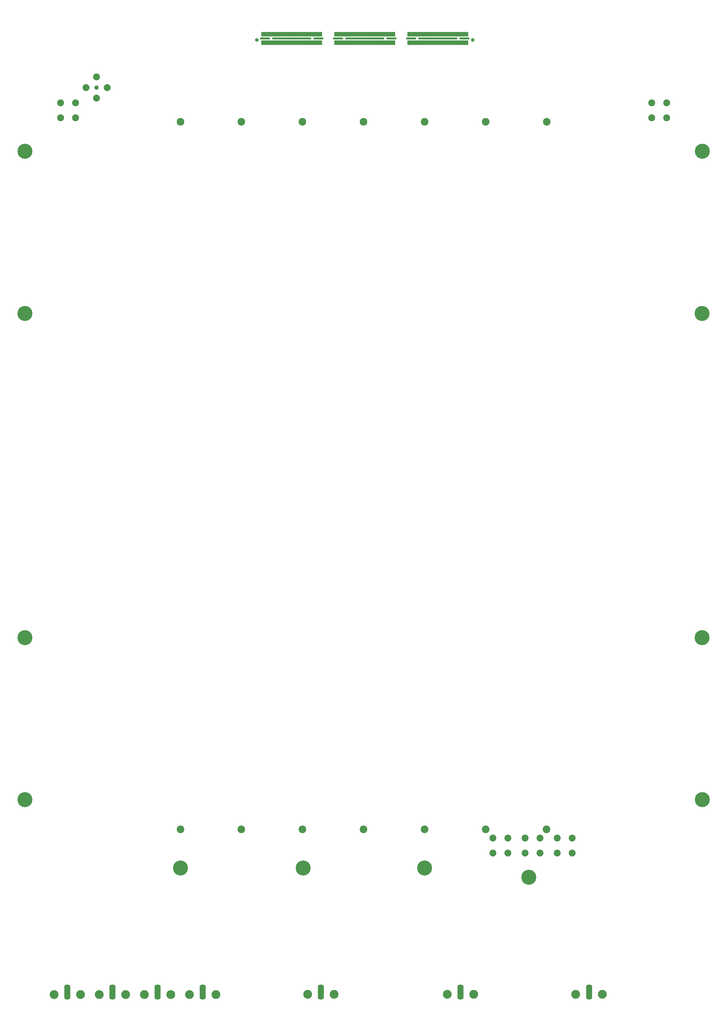
<source format=gbr>
G04 #@! TF.GenerationSoftware,KiCad,Pcbnew,(6.0.4-0)*
G04 #@! TF.CreationDate,2023-02-10T11:36:13-08:00*
G04 #@! TF.ProjectId,stripline_anode,73747269-706c-4696-9e65-5f616e6f6465,1a*
G04 #@! TF.SameCoordinates,Original*
G04 #@! TF.FileFunction,Soldermask,Top*
G04 #@! TF.FilePolarity,Negative*
%FSLAX46Y46*%
G04 Gerber Fmt 4.6, Leading zero omitted, Abs format (unit mm)*
G04 Created by KiCad (PCBNEW (6.0.4-0)) date 2023-02-10 11:36:13*
%MOMM*%
%LPD*%
G01*
G04 APERTURE LIST*
G04 Aperture macros list*
%AMRoundRect*
0 Rectangle with rounded corners*
0 $1 Rounding radius*
0 $2 $3 $4 $5 $6 $7 $8 $9 X,Y pos of 4 corners*
0 Add a 4 corners polygon primitive as box body*
4,1,4,$2,$3,$4,$5,$6,$7,$8,$9,$2,$3,0*
0 Add four circle primitives for the rounded corners*
1,1,$1+$1,$2,$3*
1,1,$1+$1,$4,$5*
1,1,$1+$1,$6,$7*
1,1,$1+$1,$8,$9*
0 Add four rect primitives between the rounded corners*
20,1,$1+$1,$2,$3,$4,$5,0*
20,1,$1+$1,$4,$5,$6,$7,0*
20,1,$1+$1,$6,$7,$8,$9,0*
20,1,$1+$1,$8,$9,$2,$3,0*%
G04 Aperture macros list end*
%ADD10C,1.232000*%
%ADD11RoundRect,0.051000X-0.250000X-0.750000X0.250000X-0.750000X0.250000X0.750000X-0.250000X0.750000X0*%
%ADD12RoundRect,0.051000X-1.640000X-0.255000X1.640000X-0.255000X1.640000X0.255000X-1.640000X0.255000X0*%
%ADD13RoundRect,0.051000X-6.575000X-0.255000X6.575000X-0.255000X6.575000X0.255000X-6.575000X0.255000X0*%
%ADD14C,5.102000*%
%ADD15C,2.602000*%
%ADD16C,1.473600*%
%ADD17C,2.352000*%
%ADD18C,3.000000*%
%ADD19RoundRect,0.838402X0.212598X-1.712598X0.212598X1.712598X-0.212598X1.712598X-0.212598X-1.712598X0*%
G04 APERTURE END LIST*
D10*
X311433550Y-90067080D03*
X238133550Y-90067080D03*
D11*
X239983550Y-88142080D03*
X239983550Y-90992080D03*
X240783550Y-88142080D03*
X240783550Y-90992080D03*
X241583550Y-88142080D03*
X241583550Y-90992080D03*
X242383550Y-88142080D03*
X242383550Y-90992080D03*
X243183550Y-88142080D03*
X243183550Y-90992080D03*
X243983550Y-88142080D03*
X243983550Y-90992080D03*
X244783550Y-88142080D03*
X244783550Y-90992080D03*
X245583550Y-88142080D03*
X245583550Y-90992080D03*
X246383550Y-88142080D03*
X246383550Y-90992080D03*
X247183550Y-88142080D03*
X247183550Y-90992080D03*
X247983550Y-88142080D03*
X247983550Y-90992080D03*
X248783550Y-88142080D03*
X248783550Y-90992080D03*
X249583550Y-88142080D03*
X249583550Y-90992080D03*
X250383550Y-88142080D03*
X250383550Y-90992080D03*
X251183550Y-88142080D03*
X251183550Y-90992080D03*
X251983550Y-88142080D03*
X251983550Y-90992080D03*
X252783550Y-88142080D03*
X252783550Y-90992080D03*
X253583550Y-88142080D03*
X253583550Y-90992080D03*
X254383550Y-88142080D03*
X254383550Y-90992080D03*
X255183550Y-88142080D03*
X255183550Y-90992080D03*
X255983550Y-88142080D03*
X255983550Y-90992080D03*
X256783550Y-88142080D03*
X256783550Y-90992080D03*
X257583550Y-88142080D03*
X257583550Y-90992080D03*
X258383550Y-88142080D03*
X258383550Y-90992080D03*
X259183550Y-88142080D03*
X259183550Y-90992080D03*
X259983550Y-88142080D03*
X259983550Y-90992080D03*
X264783550Y-88142080D03*
X264783550Y-90992080D03*
X265583550Y-88142080D03*
X265583550Y-90992080D03*
X266383550Y-88142080D03*
X266383550Y-90992080D03*
X267183550Y-88142080D03*
X267183550Y-90992080D03*
X267983550Y-88142080D03*
X267983550Y-90992080D03*
X268783550Y-88142080D03*
X268783550Y-90992080D03*
X269583550Y-88142080D03*
X269583550Y-90992080D03*
X270383550Y-88142080D03*
X270383550Y-90992080D03*
X271183550Y-88142080D03*
X271183550Y-90992080D03*
X271983550Y-88142080D03*
X271983550Y-90992080D03*
X272783550Y-88142080D03*
X272783550Y-90992080D03*
X273583550Y-88142080D03*
X273583550Y-90992080D03*
X274383550Y-88142080D03*
X274383550Y-90992080D03*
X275183550Y-88142080D03*
X275183550Y-90992080D03*
X275983550Y-88142080D03*
X275983550Y-90992080D03*
X276783550Y-88142080D03*
X276783550Y-90992080D03*
X277583550Y-88142080D03*
X277583550Y-90992080D03*
X278383550Y-88142080D03*
X278383550Y-90992080D03*
X279183550Y-88142080D03*
X279183550Y-90992080D03*
X279983550Y-88142080D03*
X279983550Y-90992080D03*
X280783550Y-88142080D03*
X280783550Y-90992080D03*
X281583550Y-88142080D03*
X281583550Y-90992080D03*
X282383550Y-88142080D03*
X282383550Y-90992080D03*
X283183550Y-88142080D03*
X283183550Y-90992080D03*
X283983550Y-88142080D03*
X283983550Y-90992080D03*
X284783550Y-88142080D03*
X284783550Y-90992080D03*
X289583550Y-88142080D03*
X289583550Y-90992080D03*
X290383550Y-88142080D03*
X290383550Y-90992080D03*
X291183550Y-88142080D03*
X291183550Y-90992080D03*
X291983550Y-88142080D03*
X291983550Y-90992080D03*
X292783550Y-88142080D03*
X292783550Y-90992080D03*
X293583550Y-88142080D03*
X293583550Y-90992080D03*
X294383550Y-88142080D03*
X294383550Y-90992080D03*
X295183550Y-88142080D03*
X295183550Y-90992080D03*
X295983550Y-88142080D03*
X295983550Y-90992080D03*
X296783550Y-88142080D03*
X296783550Y-90992080D03*
X297583550Y-88142080D03*
X297583550Y-90992080D03*
X298383550Y-88142080D03*
X298383550Y-90992080D03*
X299183550Y-88142080D03*
X299183550Y-90992080D03*
X299983550Y-88142080D03*
X299983550Y-90992080D03*
X300783550Y-88142080D03*
X300783550Y-90992080D03*
X301583550Y-88142080D03*
X301583550Y-90992080D03*
X302383550Y-88142080D03*
X302383550Y-90992080D03*
X303183550Y-88142080D03*
X303183550Y-90992080D03*
X303983550Y-88142080D03*
X303983550Y-90992080D03*
X304783550Y-88142080D03*
X304783550Y-90992080D03*
X305583550Y-88142080D03*
X305583550Y-90992080D03*
X306383550Y-88142080D03*
X306383550Y-90992080D03*
X307183550Y-88142080D03*
X307183550Y-90992080D03*
X307983550Y-88142080D03*
X307983550Y-90992080D03*
X308783550Y-88142080D03*
X308783550Y-90992080D03*
X309583550Y-88142080D03*
X309583550Y-90992080D03*
D12*
X240918550Y-89567080D03*
D13*
X249983550Y-89567080D03*
D12*
X259048550Y-89567080D03*
X265718550Y-89567080D03*
D13*
X274783550Y-89567080D03*
D12*
X283848550Y-89567080D03*
X290518550Y-89567080D03*
D13*
X299583550Y-89567080D03*
D12*
X308648550Y-89567080D03*
D14*
X159346900Y-182892700D03*
X159346900Y-292874700D03*
D15*
X315810900Y-357847900D03*
X336537300Y-357847900D03*
X253631700Y-357847900D03*
D14*
X159388379Y-127840750D03*
X389369300Y-182841900D03*
X389369300Y-292874700D03*
D15*
X212178900Y-357847900D03*
D14*
X159388379Y-347840750D03*
D16*
X183693500Y-106220500D03*
D17*
X180101398Y-106220500D03*
X183693500Y-102628398D03*
X183693500Y-109812602D03*
X187285602Y-106220500D03*
D14*
X389388379Y-347840750D03*
D15*
X212178900Y-117817900D03*
X274358100Y-117817900D03*
X274358100Y-357847900D03*
X232905300Y-357847900D03*
X295135300Y-117817900D03*
X336588100Y-117817900D03*
X295084500Y-357847900D03*
X253631700Y-117817900D03*
X315861700Y-117817900D03*
X232905300Y-117817900D03*
D14*
X389388379Y-127840750D03*
X295143500Y-370995500D03*
D18*
X208926832Y-413895500D03*
X199926832Y-413895500D03*
D19*
X204426832Y-413101500D03*
D18*
X355443500Y-413870500D03*
X346443500Y-413870500D03*
D19*
X350943500Y-413076500D03*
D18*
X184610166Y-413895500D03*
X193610166Y-413895500D03*
D19*
X189110166Y-413101500D03*
D17*
X340168500Y-360880500D03*
X345248500Y-365960500D03*
X340168500Y-365960500D03*
X345248500Y-360880500D03*
D18*
X255393500Y-413870500D03*
X264393500Y-413870500D03*
D19*
X259893500Y-413076500D03*
D18*
X311818500Y-413870500D03*
X302818500Y-413870500D03*
D19*
X307318500Y-413076500D03*
D17*
X329223500Y-360880500D03*
X329223500Y-365960500D03*
X334303500Y-365960500D03*
X334303500Y-360880500D03*
X171528500Y-116485500D03*
X171528500Y-111405500D03*
X176608500Y-116485500D03*
X176608500Y-111405500D03*
D18*
X215243500Y-413895500D03*
X224243500Y-413895500D03*
D19*
X219743500Y-413101500D03*
D17*
X318278500Y-365960500D03*
X318278500Y-360880500D03*
X323358500Y-360880500D03*
X323358500Y-365960500D03*
D18*
X178293500Y-413895500D03*
X169293500Y-413895500D03*
D19*
X173793500Y-413101500D03*
D14*
X330493500Y-374145500D03*
X212243500Y-370995500D03*
D17*
X377283500Y-116485500D03*
X372203500Y-111405500D03*
X372203500Y-116485500D03*
X377283500Y-111405500D03*
D14*
X253868500Y-370995500D03*
G36*
X274682817Y-90225381D02*
G01*
X274734496Y-90268569D01*
X274803211Y-90277200D01*
X274865841Y-90247236D01*
X274883898Y-90226398D01*
X274885788Y-90225744D01*
X274887299Y-90227054D01*
X274887371Y-90228098D01*
X274884550Y-90242279D01*
X274884550Y-91741881D01*
X274887528Y-91756854D01*
X274886885Y-91758748D01*
X274884923Y-91759138D01*
X274884283Y-91758779D01*
X274832604Y-91715591D01*
X274763889Y-91706960D01*
X274701259Y-91736924D01*
X274683202Y-91757762D01*
X274681312Y-91758416D01*
X274679801Y-91757106D01*
X274679729Y-91756062D01*
X274682550Y-91741881D01*
X274682550Y-90242279D01*
X274679572Y-90227306D01*
X274680215Y-90225412D01*
X274682177Y-90225022D01*
X274682817Y-90225381D01*
G37*
G36*
X269082817Y-90225381D02*
G01*
X269134496Y-90268569D01*
X269203211Y-90277200D01*
X269265841Y-90247236D01*
X269283898Y-90226398D01*
X269285788Y-90225744D01*
X269287299Y-90227054D01*
X269287371Y-90228098D01*
X269284550Y-90242279D01*
X269284550Y-91741881D01*
X269287528Y-91756854D01*
X269286885Y-91758748D01*
X269284923Y-91759138D01*
X269284283Y-91758779D01*
X269232604Y-91715591D01*
X269163889Y-91706960D01*
X269101259Y-91736924D01*
X269083202Y-91757762D01*
X269081312Y-91758416D01*
X269079801Y-91757106D01*
X269079729Y-91756062D01*
X269082550Y-91741881D01*
X269082550Y-90242279D01*
X269079572Y-90227306D01*
X269080215Y-90225412D01*
X269082177Y-90225022D01*
X269082817Y-90225381D01*
G37*
G36*
X295482817Y-90225381D02*
G01*
X295534496Y-90268569D01*
X295603211Y-90277200D01*
X295665841Y-90247236D01*
X295683898Y-90226398D01*
X295685788Y-90225744D01*
X295687299Y-90227054D01*
X295687371Y-90228098D01*
X295684550Y-90242279D01*
X295684550Y-91741881D01*
X295687528Y-91756854D01*
X295686885Y-91758748D01*
X295684923Y-91759138D01*
X295684283Y-91758779D01*
X295632604Y-91715591D01*
X295563889Y-91706960D01*
X295501259Y-91736924D01*
X295483202Y-91757762D01*
X295481312Y-91758416D01*
X295479801Y-91757106D01*
X295479729Y-91756062D01*
X295482550Y-91741881D01*
X295482550Y-90242279D01*
X295479572Y-90227306D01*
X295480215Y-90225412D01*
X295482177Y-90225022D01*
X295482817Y-90225381D01*
G37*
G36*
X253082817Y-90225381D02*
G01*
X253134496Y-90268569D01*
X253203211Y-90277200D01*
X253265841Y-90247236D01*
X253283898Y-90226398D01*
X253285788Y-90225744D01*
X253287299Y-90227054D01*
X253287371Y-90228098D01*
X253284550Y-90242279D01*
X253284550Y-91741881D01*
X253287528Y-91756854D01*
X253286885Y-91758748D01*
X253284923Y-91759138D01*
X253284283Y-91758779D01*
X253232604Y-91715591D01*
X253163889Y-91706960D01*
X253101259Y-91736924D01*
X253083202Y-91757762D01*
X253081312Y-91758416D01*
X253079801Y-91757106D01*
X253079729Y-91756062D01*
X253082550Y-91741881D01*
X253082550Y-90242279D01*
X253079572Y-90227306D01*
X253080215Y-90225412D01*
X253082177Y-90225022D01*
X253082817Y-90225381D01*
G37*
G36*
X270682817Y-90225381D02*
G01*
X270734496Y-90268569D01*
X270803211Y-90277200D01*
X270865841Y-90247236D01*
X270883898Y-90226398D01*
X270885788Y-90225744D01*
X270887299Y-90227054D01*
X270887371Y-90228098D01*
X270884550Y-90242279D01*
X270884550Y-91741881D01*
X270887528Y-91756854D01*
X270886885Y-91758748D01*
X270884923Y-91759138D01*
X270884283Y-91758779D01*
X270832604Y-91715591D01*
X270763889Y-91706960D01*
X270701259Y-91736924D01*
X270683202Y-91757762D01*
X270681312Y-91758416D01*
X270679801Y-91757106D01*
X270679729Y-91756062D01*
X270682550Y-91741881D01*
X270682550Y-90242279D01*
X270679572Y-90227306D01*
X270680215Y-90225412D01*
X270682177Y-90225022D01*
X270682817Y-90225381D01*
G37*
G36*
X296282817Y-90225381D02*
G01*
X296334496Y-90268569D01*
X296403211Y-90277200D01*
X296465841Y-90247236D01*
X296483898Y-90226398D01*
X296485788Y-90225744D01*
X296487299Y-90227054D01*
X296487371Y-90228098D01*
X296484550Y-90242279D01*
X296484550Y-91741881D01*
X296487528Y-91756854D01*
X296486885Y-91758748D01*
X296484923Y-91759138D01*
X296484283Y-91758779D01*
X296432604Y-91715591D01*
X296363889Y-91706960D01*
X296301259Y-91736924D01*
X296283202Y-91757762D01*
X296281312Y-91758416D01*
X296279801Y-91757106D01*
X296279729Y-91756062D01*
X296282550Y-91741881D01*
X296282550Y-90242279D01*
X296279572Y-90227306D01*
X296280215Y-90225412D01*
X296282177Y-90225022D01*
X296282817Y-90225381D01*
G37*
G36*
X252282817Y-90225381D02*
G01*
X252334496Y-90268569D01*
X252403211Y-90277200D01*
X252465841Y-90247236D01*
X252483898Y-90226398D01*
X252485788Y-90225744D01*
X252487299Y-90227054D01*
X252487371Y-90228098D01*
X252484550Y-90242279D01*
X252484550Y-91741881D01*
X252487528Y-91756854D01*
X252486885Y-91758748D01*
X252484923Y-91759138D01*
X252484283Y-91758779D01*
X252432604Y-91715591D01*
X252363889Y-91706960D01*
X252301259Y-91736924D01*
X252283202Y-91757762D01*
X252281312Y-91758416D01*
X252279801Y-91757106D01*
X252279729Y-91756062D01*
X252282550Y-91741881D01*
X252282550Y-90242279D01*
X252279572Y-90227306D01*
X252280215Y-90225412D01*
X252282177Y-90225022D01*
X252282817Y-90225381D01*
G37*
G36*
X253882817Y-90225381D02*
G01*
X253934496Y-90268569D01*
X254003211Y-90277200D01*
X254065841Y-90247236D01*
X254083898Y-90226398D01*
X254085788Y-90225744D01*
X254087299Y-90227054D01*
X254087371Y-90228098D01*
X254084550Y-90242279D01*
X254084550Y-91741881D01*
X254087528Y-91756854D01*
X254086885Y-91758748D01*
X254084923Y-91759138D01*
X254084283Y-91758779D01*
X254032604Y-91715591D01*
X253963889Y-91706960D01*
X253901259Y-91736924D01*
X253883202Y-91757762D01*
X253881312Y-91758416D01*
X253879801Y-91757106D01*
X253879729Y-91756062D01*
X253882550Y-91741881D01*
X253882550Y-90242279D01*
X253879572Y-90227306D01*
X253880215Y-90225412D01*
X253882177Y-90225022D01*
X253882817Y-90225381D01*
G37*
G36*
X278682817Y-90225381D02*
G01*
X278734496Y-90268569D01*
X278803211Y-90277200D01*
X278865841Y-90247236D01*
X278883898Y-90226398D01*
X278885788Y-90225744D01*
X278887299Y-90227054D01*
X278887371Y-90228098D01*
X278884550Y-90242279D01*
X278884550Y-91741881D01*
X278887528Y-91756854D01*
X278886885Y-91758748D01*
X278884923Y-91759138D01*
X278884283Y-91758779D01*
X278832604Y-91715591D01*
X278763889Y-91706960D01*
X278701259Y-91736924D01*
X278683202Y-91757762D01*
X278681312Y-91758416D01*
X278679801Y-91757106D01*
X278679729Y-91756062D01*
X278682550Y-91741881D01*
X278682550Y-90242279D01*
X278679572Y-90227306D01*
X278680215Y-90225412D01*
X278682177Y-90225022D01*
X278682817Y-90225381D01*
G37*
G36*
X297082817Y-90225381D02*
G01*
X297134496Y-90268569D01*
X297203211Y-90277200D01*
X297265841Y-90247236D01*
X297283898Y-90226398D01*
X297285788Y-90225744D01*
X297287299Y-90227054D01*
X297287371Y-90228098D01*
X297284550Y-90242279D01*
X297284550Y-91741881D01*
X297287528Y-91756854D01*
X297286885Y-91758748D01*
X297284923Y-91759138D01*
X297284283Y-91758779D01*
X297232604Y-91715591D01*
X297163889Y-91706960D01*
X297101259Y-91736924D01*
X297083202Y-91757762D01*
X297081312Y-91758416D01*
X297079801Y-91757106D01*
X297079729Y-91756062D01*
X297082550Y-91741881D01*
X297082550Y-90242279D01*
X297079572Y-90227306D01*
X297080215Y-90225412D01*
X297082177Y-90225022D01*
X297082817Y-90225381D01*
G37*
G36*
X277882817Y-90225381D02*
G01*
X277934496Y-90268569D01*
X278003211Y-90277200D01*
X278065841Y-90247236D01*
X278083898Y-90226398D01*
X278085788Y-90225744D01*
X278087299Y-90227054D01*
X278087371Y-90228098D01*
X278084550Y-90242279D01*
X278084550Y-91741881D01*
X278087528Y-91756854D01*
X278086885Y-91758748D01*
X278084923Y-91759138D01*
X278084283Y-91758779D01*
X278032604Y-91715591D01*
X277963889Y-91706960D01*
X277901259Y-91736924D01*
X277883202Y-91757762D01*
X277881312Y-91758416D01*
X277879801Y-91757106D01*
X277879729Y-91756062D01*
X277882550Y-91741881D01*
X277882550Y-90242279D01*
X277879572Y-90227306D01*
X277880215Y-90225412D01*
X277882177Y-90225022D01*
X277882817Y-90225381D01*
G37*
G36*
X266682817Y-90225381D02*
G01*
X266734496Y-90268569D01*
X266803211Y-90277200D01*
X266865841Y-90247236D01*
X266883898Y-90226398D01*
X266885788Y-90225744D01*
X266887299Y-90227054D01*
X266887371Y-90228098D01*
X266884550Y-90242279D01*
X266884550Y-91741881D01*
X266887528Y-91756854D01*
X266886885Y-91758748D01*
X266884923Y-91759138D01*
X266884283Y-91758779D01*
X266832604Y-91715591D01*
X266763889Y-91706960D01*
X266701259Y-91736924D01*
X266683202Y-91757762D01*
X266681312Y-91758416D01*
X266679801Y-91757106D01*
X266679729Y-91756062D01*
X266682550Y-91741881D01*
X266682550Y-90242279D01*
X266679572Y-90227306D01*
X266680215Y-90225412D01*
X266682177Y-90225022D01*
X266682817Y-90225381D01*
G37*
G36*
X294682817Y-90225381D02*
G01*
X294734496Y-90268569D01*
X294803211Y-90277200D01*
X294865841Y-90247236D01*
X294883898Y-90226398D01*
X294885788Y-90225744D01*
X294887299Y-90227054D01*
X294887371Y-90228098D01*
X294884550Y-90242279D01*
X294884550Y-91741881D01*
X294887528Y-91756854D01*
X294886885Y-91758748D01*
X294884923Y-91759138D01*
X294884283Y-91758779D01*
X294832604Y-91715591D01*
X294763889Y-91706960D01*
X294701259Y-91736924D01*
X294683202Y-91757762D01*
X294681312Y-91758416D01*
X294679801Y-91757106D01*
X294679729Y-91756062D01*
X294682550Y-91741881D01*
X294682550Y-90242279D01*
X294679572Y-90227306D01*
X294680215Y-90225412D01*
X294682177Y-90225022D01*
X294682817Y-90225381D01*
G37*
G36*
X251482817Y-90225381D02*
G01*
X251534496Y-90268569D01*
X251603211Y-90277200D01*
X251665841Y-90247236D01*
X251683898Y-90226398D01*
X251685788Y-90225744D01*
X251687299Y-90227054D01*
X251687371Y-90228098D01*
X251684550Y-90242279D01*
X251684550Y-91741881D01*
X251687528Y-91756854D01*
X251686885Y-91758748D01*
X251684923Y-91759138D01*
X251684283Y-91758779D01*
X251632604Y-91715591D01*
X251563889Y-91706960D01*
X251501259Y-91736924D01*
X251483202Y-91757762D01*
X251481312Y-91758416D01*
X251479801Y-91757106D01*
X251479729Y-91756062D01*
X251482550Y-91741881D01*
X251482550Y-90242279D01*
X251479572Y-90227306D01*
X251480215Y-90225412D01*
X251482177Y-90225022D01*
X251482817Y-90225381D01*
G37*
G36*
X297882817Y-90225381D02*
G01*
X297934496Y-90268569D01*
X298003211Y-90277200D01*
X298065841Y-90247236D01*
X298083898Y-90226398D01*
X298085788Y-90225744D01*
X298087299Y-90227054D01*
X298087371Y-90228098D01*
X298084550Y-90242279D01*
X298084550Y-91741881D01*
X298087528Y-91756854D01*
X298086885Y-91758748D01*
X298084923Y-91759138D01*
X298084283Y-91758779D01*
X298032604Y-91715591D01*
X297963889Y-91706960D01*
X297901259Y-91736924D01*
X297883202Y-91757762D01*
X297881312Y-91758416D01*
X297879801Y-91757106D01*
X297879729Y-91756062D01*
X297882550Y-91741881D01*
X297882550Y-90242279D01*
X297879572Y-90227306D01*
X297880215Y-90225412D01*
X297882177Y-90225022D01*
X297882817Y-90225381D01*
G37*
G36*
X254682817Y-90225381D02*
G01*
X254734496Y-90268569D01*
X254803211Y-90277200D01*
X254865841Y-90247236D01*
X254883898Y-90226398D01*
X254885788Y-90225744D01*
X254887299Y-90227054D01*
X254887371Y-90228098D01*
X254884550Y-90242279D01*
X254884550Y-91741881D01*
X254887528Y-91756854D01*
X254886885Y-91758748D01*
X254884923Y-91759138D01*
X254884283Y-91758779D01*
X254832604Y-91715591D01*
X254763889Y-91706960D01*
X254701259Y-91736924D01*
X254683202Y-91757762D01*
X254681312Y-91758416D01*
X254679801Y-91757106D01*
X254679729Y-91756062D01*
X254682550Y-91741881D01*
X254682550Y-90242279D01*
X254679572Y-90227306D01*
X254680215Y-90225412D01*
X254682177Y-90225022D01*
X254682817Y-90225381D01*
G37*
G36*
X284282817Y-90225381D02*
G01*
X284334496Y-90268569D01*
X284403211Y-90277200D01*
X284465841Y-90247236D01*
X284483898Y-90226398D01*
X284485788Y-90225744D01*
X284487299Y-90227054D01*
X284487371Y-90228098D01*
X284484550Y-90242279D01*
X284484550Y-91741881D01*
X284487528Y-91756854D01*
X284486885Y-91758748D01*
X284484923Y-91759138D01*
X284484283Y-91758779D01*
X284432604Y-91715591D01*
X284363889Y-91706960D01*
X284301259Y-91736924D01*
X284283202Y-91757762D01*
X284281312Y-91758416D01*
X284279801Y-91757106D01*
X284279729Y-91756062D01*
X284282550Y-91741881D01*
X284282550Y-90242279D01*
X284279572Y-90227306D01*
X284280215Y-90225412D01*
X284282177Y-90225022D01*
X284282817Y-90225381D01*
G37*
G36*
X281882817Y-90225381D02*
G01*
X281934496Y-90268569D01*
X282003211Y-90277200D01*
X282065841Y-90247236D01*
X282083898Y-90226398D01*
X282085788Y-90225744D01*
X282087299Y-90227054D01*
X282087371Y-90228098D01*
X282084550Y-90242279D01*
X282084550Y-91741881D01*
X282087528Y-91756854D01*
X282086885Y-91758748D01*
X282084923Y-91759138D01*
X282084283Y-91758779D01*
X282032604Y-91715591D01*
X281963889Y-91706960D01*
X281901259Y-91736924D01*
X281883202Y-91757762D01*
X281881312Y-91758416D01*
X281879801Y-91757106D01*
X281879729Y-91756062D01*
X281882550Y-91741881D01*
X281882550Y-90242279D01*
X281879572Y-90227306D01*
X281880215Y-90225412D01*
X281882177Y-90225022D01*
X281882817Y-90225381D01*
G37*
G36*
X242682817Y-90225381D02*
G01*
X242734496Y-90268569D01*
X242803211Y-90277200D01*
X242865841Y-90247236D01*
X242883898Y-90226398D01*
X242885788Y-90225744D01*
X242887299Y-90227054D01*
X242887371Y-90228098D01*
X242884550Y-90242279D01*
X242884550Y-91741881D01*
X242887528Y-91756854D01*
X242886885Y-91758748D01*
X242884923Y-91759138D01*
X242884283Y-91758779D01*
X242832604Y-91715591D01*
X242763889Y-91706960D01*
X242701259Y-91736924D01*
X242683202Y-91757762D01*
X242681312Y-91758416D01*
X242679801Y-91757106D01*
X242679729Y-91756062D01*
X242682550Y-91741881D01*
X242682550Y-90242279D01*
X242679572Y-90227306D01*
X242680215Y-90225412D01*
X242682177Y-90225022D01*
X242682817Y-90225381D01*
G37*
G36*
X306682817Y-90225381D02*
G01*
X306734496Y-90268569D01*
X306803211Y-90277200D01*
X306865841Y-90247236D01*
X306883898Y-90226398D01*
X306885788Y-90225744D01*
X306887299Y-90227054D01*
X306887371Y-90228098D01*
X306884550Y-90242279D01*
X306884550Y-91741881D01*
X306887528Y-91756854D01*
X306886885Y-91758748D01*
X306884923Y-91759138D01*
X306884283Y-91758779D01*
X306832604Y-91715591D01*
X306763889Y-91706960D01*
X306701259Y-91736924D01*
X306683202Y-91757762D01*
X306681312Y-91758416D01*
X306679801Y-91757106D01*
X306679729Y-91756062D01*
X306682550Y-91741881D01*
X306682550Y-90242279D01*
X306679572Y-90227306D01*
X306680215Y-90225412D01*
X306682177Y-90225022D01*
X306682817Y-90225381D01*
G37*
G36*
X259482817Y-90225381D02*
G01*
X259534496Y-90268569D01*
X259603211Y-90277200D01*
X259665841Y-90247236D01*
X259683898Y-90226398D01*
X259685788Y-90225744D01*
X259687299Y-90227054D01*
X259687371Y-90228098D01*
X259684550Y-90242279D01*
X259684550Y-91741881D01*
X259687528Y-91756854D01*
X259686885Y-91758748D01*
X259684923Y-91759138D01*
X259684283Y-91758779D01*
X259632604Y-91715591D01*
X259563889Y-91706960D01*
X259501259Y-91736924D01*
X259483202Y-91757762D01*
X259481312Y-91758416D01*
X259479801Y-91757106D01*
X259479729Y-91756062D01*
X259482550Y-91741881D01*
X259482550Y-90242279D01*
X259479572Y-90227306D01*
X259480215Y-90225412D01*
X259482177Y-90225022D01*
X259482817Y-90225381D01*
G37*
G36*
X305882817Y-90225381D02*
G01*
X305934496Y-90268569D01*
X306003211Y-90277200D01*
X306065841Y-90247236D01*
X306083898Y-90226398D01*
X306085788Y-90225744D01*
X306087299Y-90227054D01*
X306087371Y-90228098D01*
X306084550Y-90242279D01*
X306084550Y-91741881D01*
X306087528Y-91756854D01*
X306086885Y-91758748D01*
X306084923Y-91759138D01*
X306084283Y-91758779D01*
X306032604Y-91715591D01*
X305963889Y-91706960D01*
X305901259Y-91736924D01*
X305883202Y-91757762D01*
X305881312Y-91758416D01*
X305879801Y-91757106D01*
X305879729Y-91756062D01*
X305882550Y-91741881D01*
X305882550Y-90242279D01*
X305879572Y-90227306D01*
X305880215Y-90225412D01*
X305882177Y-90225022D01*
X305882817Y-90225381D01*
G37*
G36*
X268282817Y-90225381D02*
G01*
X268334496Y-90268569D01*
X268403211Y-90277200D01*
X268465841Y-90247236D01*
X268483898Y-90226398D01*
X268485788Y-90225744D01*
X268487299Y-90227054D01*
X268487371Y-90228098D01*
X268484550Y-90242279D01*
X268484550Y-91741881D01*
X268487528Y-91756854D01*
X268486885Y-91758748D01*
X268484923Y-91759138D01*
X268484283Y-91758779D01*
X268432604Y-91715591D01*
X268363889Y-91706960D01*
X268301259Y-91736924D01*
X268283202Y-91757762D01*
X268281312Y-91758416D01*
X268279801Y-91757106D01*
X268279729Y-91756062D01*
X268282550Y-91741881D01*
X268282550Y-90242279D01*
X268279572Y-90227306D01*
X268280215Y-90225412D01*
X268282177Y-90225022D01*
X268282817Y-90225381D01*
G37*
G36*
X309082817Y-90225381D02*
G01*
X309134496Y-90268569D01*
X309203211Y-90277200D01*
X309265841Y-90247236D01*
X309283898Y-90226398D01*
X309285788Y-90225744D01*
X309287299Y-90227054D01*
X309287371Y-90228098D01*
X309284550Y-90242279D01*
X309284550Y-91741881D01*
X309287528Y-91756854D01*
X309286885Y-91758748D01*
X309284923Y-91759138D01*
X309284283Y-91758779D01*
X309232604Y-91715591D01*
X309163889Y-91706960D01*
X309101259Y-91736924D01*
X309083202Y-91757762D01*
X309081312Y-91758416D01*
X309079801Y-91757106D01*
X309079729Y-91756062D01*
X309082550Y-91741881D01*
X309082550Y-90242279D01*
X309079572Y-90227306D01*
X309080215Y-90225412D01*
X309082177Y-90225022D01*
X309082817Y-90225381D01*
G37*
G36*
X243482817Y-90225381D02*
G01*
X243534496Y-90268569D01*
X243603211Y-90277200D01*
X243665841Y-90247236D01*
X243683898Y-90226398D01*
X243685788Y-90225744D01*
X243687299Y-90227054D01*
X243687371Y-90228098D01*
X243684550Y-90242279D01*
X243684550Y-91741881D01*
X243687528Y-91756854D01*
X243686885Y-91758748D01*
X243684923Y-91759138D01*
X243684283Y-91758779D01*
X243632604Y-91715591D01*
X243563889Y-91706960D01*
X243501259Y-91736924D01*
X243483202Y-91757762D01*
X243481312Y-91758416D01*
X243479801Y-91757106D01*
X243479729Y-91756062D01*
X243482550Y-91741881D01*
X243482550Y-90242279D01*
X243479572Y-90227306D01*
X243480215Y-90225412D01*
X243482177Y-90225022D01*
X243482817Y-90225381D01*
G37*
G36*
X289882817Y-90225381D02*
G01*
X289934496Y-90268569D01*
X290003211Y-90277200D01*
X290065841Y-90247236D01*
X290083898Y-90226398D01*
X290085788Y-90225744D01*
X290087299Y-90227054D01*
X290087371Y-90228098D01*
X290084550Y-90242279D01*
X290084550Y-91741881D01*
X290087528Y-91756854D01*
X290086885Y-91758748D01*
X290084923Y-91759138D01*
X290084283Y-91758779D01*
X290032604Y-91715591D01*
X289963889Y-91706960D01*
X289901259Y-91736924D01*
X289883202Y-91757762D01*
X289881312Y-91758416D01*
X289879801Y-91757106D01*
X289879729Y-91756062D01*
X289882550Y-91741881D01*
X289882550Y-90242279D01*
X289879572Y-90227306D01*
X289880215Y-90225412D01*
X289882177Y-90225022D01*
X289882817Y-90225381D01*
G37*
G36*
X305082817Y-90225381D02*
G01*
X305134496Y-90268569D01*
X305203211Y-90277200D01*
X305265841Y-90247236D01*
X305283898Y-90226398D01*
X305285788Y-90225744D01*
X305287299Y-90227054D01*
X305287371Y-90228098D01*
X305284550Y-90242279D01*
X305284550Y-91741881D01*
X305287528Y-91756854D01*
X305286885Y-91758748D01*
X305284923Y-91759138D01*
X305284283Y-91758779D01*
X305232604Y-91715591D01*
X305163889Y-91706960D01*
X305101259Y-91736924D01*
X305083202Y-91757762D01*
X305081312Y-91758416D01*
X305079801Y-91757106D01*
X305079729Y-91756062D01*
X305082550Y-91741881D01*
X305082550Y-90242279D01*
X305079572Y-90227306D01*
X305080215Y-90225412D01*
X305082177Y-90225022D01*
X305082817Y-90225381D01*
G37*
G36*
X244282817Y-90225381D02*
G01*
X244334496Y-90268569D01*
X244403211Y-90277200D01*
X244465841Y-90247236D01*
X244483898Y-90226398D01*
X244485788Y-90225744D01*
X244487299Y-90227054D01*
X244487371Y-90228098D01*
X244484550Y-90242279D01*
X244484550Y-91741881D01*
X244487528Y-91756854D01*
X244486885Y-91758748D01*
X244484923Y-91759138D01*
X244484283Y-91758779D01*
X244432604Y-91715591D01*
X244363889Y-91706960D01*
X244301259Y-91736924D01*
X244283202Y-91757762D01*
X244281312Y-91758416D01*
X244279801Y-91757106D01*
X244279729Y-91756062D01*
X244282550Y-91741881D01*
X244282550Y-90242279D01*
X244279572Y-90227306D01*
X244280215Y-90225412D01*
X244282177Y-90225022D01*
X244282817Y-90225381D01*
G37*
G36*
X258682817Y-90225381D02*
G01*
X258734496Y-90268569D01*
X258803211Y-90277200D01*
X258865841Y-90247236D01*
X258883898Y-90226398D01*
X258885788Y-90225744D01*
X258887299Y-90227054D01*
X258887371Y-90228098D01*
X258884550Y-90242279D01*
X258884550Y-91741881D01*
X258887528Y-91756854D01*
X258886885Y-91758748D01*
X258884923Y-91759138D01*
X258884283Y-91758779D01*
X258832604Y-91715591D01*
X258763889Y-91706960D01*
X258701259Y-91736924D01*
X258683202Y-91757762D01*
X258681312Y-91758416D01*
X258679801Y-91757106D01*
X258679729Y-91756062D01*
X258682550Y-91741881D01*
X258682550Y-90242279D01*
X258679572Y-90227306D01*
X258680215Y-90225412D01*
X258682177Y-90225022D01*
X258682817Y-90225381D01*
G37*
G36*
X273882817Y-90225381D02*
G01*
X273934496Y-90268569D01*
X274003211Y-90277200D01*
X274065841Y-90247236D01*
X274083898Y-90226398D01*
X274085788Y-90225744D01*
X274087299Y-90227054D01*
X274087371Y-90228098D01*
X274084550Y-90242279D01*
X274084550Y-91741881D01*
X274087528Y-91756854D01*
X274086885Y-91758748D01*
X274084923Y-91759138D01*
X274084283Y-91758779D01*
X274032604Y-91715591D01*
X273963889Y-91706960D01*
X273901259Y-91736924D01*
X273883202Y-91757762D01*
X273881312Y-91758416D01*
X273879801Y-91757106D01*
X273879729Y-91756062D01*
X273882550Y-91741881D01*
X273882550Y-90242279D01*
X273879572Y-90227306D01*
X273880215Y-90225412D01*
X273882177Y-90225022D01*
X273882817Y-90225381D01*
G37*
G36*
X241882817Y-90225381D02*
G01*
X241934496Y-90268569D01*
X242003211Y-90277200D01*
X242065841Y-90247236D01*
X242083898Y-90226398D01*
X242085788Y-90225744D01*
X242087299Y-90227054D01*
X242087371Y-90228098D01*
X242084550Y-90242279D01*
X242084550Y-91741881D01*
X242087528Y-91756854D01*
X242086885Y-91758748D01*
X242084923Y-91759138D01*
X242084283Y-91758779D01*
X242032604Y-91715591D01*
X241963889Y-91706960D01*
X241901259Y-91736924D01*
X241883202Y-91757762D01*
X241881312Y-91758416D01*
X241879801Y-91757106D01*
X241879729Y-91756062D01*
X241882550Y-91741881D01*
X241882550Y-90242279D01*
X241879572Y-90227306D01*
X241880215Y-90225412D01*
X241882177Y-90225022D01*
X241882817Y-90225381D01*
G37*
G36*
X304282817Y-90225381D02*
G01*
X304334496Y-90268569D01*
X304403211Y-90277200D01*
X304465841Y-90247236D01*
X304483898Y-90226398D01*
X304485788Y-90225744D01*
X304487299Y-90227054D01*
X304487371Y-90228098D01*
X304484550Y-90242279D01*
X304484550Y-91741881D01*
X304487528Y-91756854D01*
X304486885Y-91758748D01*
X304484923Y-91759138D01*
X304484283Y-91758779D01*
X304432604Y-91715591D01*
X304363889Y-91706960D01*
X304301259Y-91736924D01*
X304283202Y-91757762D01*
X304281312Y-91758416D01*
X304279801Y-91757106D01*
X304279729Y-91756062D01*
X304282550Y-91741881D01*
X304282550Y-90242279D01*
X304279572Y-90227306D01*
X304280215Y-90225412D01*
X304282177Y-90225022D01*
X304282817Y-90225381D01*
G37*
G36*
X265082817Y-90225381D02*
G01*
X265134496Y-90268569D01*
X265203211Y-90277200D01*
X265265841Y-90247236D01*
X265283898Y-90226398D01*
X265285788Y-90225744D01*
X265287299Y-90227054D01*
X265287371Y-90228098D01*
X265284550Y-90242279D01*
X265284550Y-91741881D01*
X265287528Y-91756854D01*
X265286885Y-91758748D01*
X265284923Y-91759138D01*
X265284283Y-91758779D01*
X265232604Y-91715591D01*
X265163889Y-91706960D01*
X265101259Y-91736924D01*
X265083202Y-91757762D01*
X265081312Y-91758416D01*
X265079801Y-91757106D01*
X265079729Y-91756062D01*
X265082550Y-91741881D01*
X265082550Y-90242279D01*
X265079572Y-90227306D01*
X265080215Y-90225412D01*
X265082177Y-90225022D01*
X265082817Y-90225381D01*
G37*
G36*
X290682817Y-90225381D02*
G01*
X290734496Y-90268569D01*
X290803211Y-90277200D01*
X290865841Y-90247236D01*
X290883898Y-90226398D01*
X290885788Y-90225744D01*
X290887299Y-90227054D01*
X290887371Y-90228098D01*
X290884550Y-90242279D01*
X290884550Y-91741881D01*
X290887528Y-91756854D01*
X290886885Y-91758748D01*
X290884923Y-91759138D01*
X290884283Y-91758779D01*
X290832604Y-91715591D01*
X290763889Y-91706960D01*
X290701259Y-91736924D01*
X290683202Y-91757762D01*
X290681312Y-91758416D01*
X290679801Y-91757106D01*
X290679729Y-91756062D01*
X290682550Y-91741881D01*
X290682550Y-90242279D01*
X290679572Y-90227306D01*
X290680215Y-90225412D01*
X290682177Y-90225022D01*
X290682817Y-90225381D01*
G37*
G36*
X245082817Y-90225381D02*
G01*
X245134496Y-90268569D01*
X245203211Y-90277200D01*
X245265841Y-90247236D01*
X245283898Y-90226398D01*
X245285788Y-90225744D01*
X245287299Y-90227054D01*
X245287371Y-90228098D01*
X245284550Y-90242279D01*
X245284550Y-91741881D01*
X245287528Y-91756854D01*
X245286885Y-91758748D01*
X245284923Y-91759138D01*
X245284283Y-91758779D01*
X245232604Y-91715591D01*
X245163889Y-91706960D01*
X245101259Y-91736924D01*
X245083202Y-91757762D01*
X245081312Y-91758416D01*
X245079801Y-91757106D01*
X245079729Y-91756062D01*
X245082550Y-91741881D01*
X245082550Y-90242279D01*
X245079572Y-90227306D01*
X245080215Y-90225412D01*
X245082177Y-90225022D01*
X245082817Y-90225381D01*
G37*
G36*
X280282817Y-90225381D02*
G01*
X280334496Y-90268569D01*
X280403211Y-90277200D01*
X280465841Y-90247236D01*
X280483898Y-90226398D01*
X280485788Y-90225744D01*
X280487299Y-90227054D01*
X280487371Y-90228098D01*
X280484550Y-90242279D01*
X280484550Y-91741881D01*
X280487528Y-91756854D01*
X280486885Y-91758748D01*
X280484923Y-91759138D01*
X280484283Y-91758779D01*
X280432604Y-91715591D01*
X280363889Y-91706960D01*
X280301259Y-91736924D01*
X280283202Y-91757762D01*
X280281312Y-91758416D01*
X280279801Y-91757106D01*
X280279729Y-91756062D01*
X280282550Y-91741881D01*
X280282550Y-90242279D01*
X280279572Y-90227306D01*
X280280215Y-90225412D01*
X280282177Y-90225022D01*
X280282817Y-90225381D01*
G37*
G36*
X281082817Y-90225381D02*
G01*
X281134496Y-90268569D01*
X281203211Y-90277200D01*
X281265841Y-90247236D01*
X281283898Y-90226398D01*
X281285788Y-90225744D01*
X281287299Y-90227054D01*
X281287371Y-90228098D01*
X281284550Y-90242279D01*
X281284550Y-91741881D01*
X281287528Y-91756854D01*
X281286885Y-91758748D01*
X281284923Y-91759138D01*
X281284283Y-91758779D01*
X281232604Y-91715591D01*
X281163889Y-91706960D01*
X281101259Y-91736924D01*
X281083202Y-91757762D01*
X281081312Y-91758416D01*
X281079801Y-91757106D01*
X281079729Y-91756062D01*
X281082550Y-91741881D01*
X281082550Y-90242279D01*
X281079572Y-90227306D01*
X281080215Y-90225412D01*
X281082177Y-90225022D01*
X281082817Y-90225381D01*
G37*
G36*
X275482817Y-90225381D02*
G01*
X275534496Y-90268569D01*
X275603211Y-90277200D01*
X275665841Y-90247236D01*
X275683898Y-90226398D01*
X275685788Y-90225744D01*
X275687299Y-90227054D01*
X275687371Y-90228098D01*
X275684550Y-90242279D01*
X275684550Y-91741881D01*
X275687528Y-91756854D01*
X275686885Y-91758748D01*
X275684923Y-91759138D01*
X275684283Y-91758779D01*
X275632604Y-91715591D01*
X275563889Y-91706960D01*
X275501259Y-91736924D01*
X275483202Y-91757762D01*
X275481312Y-91758416D01*
X275479801Y-91757106D01*
X275479729Y-91756062D01*
X275482550Y-91741881D01*
X275482550Y-90242279D01*
X275479572Y-90227306D01*
X275480215Y-90225412D01*
X275482177Y-90225022D01*
X275482817Y-90225381D01*
G37*
G36*
X303482817Y-90225381D02*
G01*
X303534496Y-90268569D01*
X303603211Y-90277200D01*
X303665841Y-90247236D01*
X303683898Y-90226398D01*
X303685788Y-90225744D01*
X303687299Y-90227054D01*
X303687371Y-90228098D01*
X303684550Y-90242279D01*
X303684550Y-91741881D01*
X303687528Y-91756854D01*
X303686885Y-91758748D01*
X303684923Y-91759138D01*
X303684283Y-91758779D01*
X303632604Y-91715591D01*
X303563889Y-91706960D01*
X303501259Y-91736924D01*
X303483202Y-91757762D01*
X303481312Y-91758416D01*
X303479801Y-91757106D01*
X303479729Y-91756062D01*
X303482550Y-91741881D01*
X303482550Y-90242279D01*
X303479572Y-90227306D01*
X303480215Y-90225412D01*
X303482177Y-90225022D01*
X303482817Y-90225381D01*
G37*
G36*
X257882817Y-90225381D02*
G01*
X257934496Y-90268569D01*
X258003211Y-90277200D01*
X258065841Y-90247236D01*
X258083898Y-90226398D01*
X258085788Y-90225744D01*
X258087299Y-90227054D01*
X258087371Y-90228098D01*
X258084550Y-90242279D01*
X258084550Y-91741881D01*
X258087528Y-91756854D01*
X258086885Y-91758748D01*
X258084923Y-91759138D01*
X258084283Y-91758779D01*
X258032604Y-91715591D01*
X257963889Y-91706960D01*
X257901259Y-91736924D01*
X257883202Y-91757762D01*
X257881312Y-91758416D01*
X257879801Y-91757106D01*
X257879729Y-91756062D01*
X257882550Y-91741881D01*
X257882550Y-90242279D01*
X257879572Y-90227306D01*
X257880215Y-90225412D01*
X257882177Y-90225022D01*
X257882817Y-90225381D01*
G37*
G36*
X245882817Y-90225381D02*
G01*
X245934496Y-90268569D01*
X246003211Y-90277200D01*
X246065841Y-90247236D01*
X246083898Y-90226398D01*
X246085788Y-90225744D01*
X246087299Y-90227054D01*
X246087371Y-90228098D01*
X246084550Y-90242279D01*
X246084550Y-91741881D01*
X246087528Y-91756854D01*
X246086885Y-91758748D01*
X246084923Y-91759138D01*
X246084283Y-91758779D01*
X246032604Y-91715591D01*
X245963889Y-91706960D01*
X245901259Y-91736924D01*
X245883202Y-91757762D01*
X245881312Y-91758416D01*
X245879801Y-91757106D01*
X245879729Y-91756062D01*
X245882550Y-91741881D01*
X245882550Y-90242279D01*
X245879572Y-90227306D01*
X245880215Y-90225412D01*
X245882177Y-90225022D01*
X245882817Y-90225381D01*
G37*
G36*
X307482817Y-90225381D02*
G01*
X307534496Y-90268569D01*
X307603211Y-90277200D01*
X307665841Y-90247236D01*
X307683898Y-90226398D01*
X307685788Y-90225744D01*
X307687299Y-90227054D01*
X307687371Y-90228098D01*
X307684550Y-90242279D01*
X307684550Y-91741881D01*
X307687528Y-91756854D01*
X307686885Y-91758748D01*
X307684923Y-91759138D01*
X307684283Y-91758779D01*
X307632604Y-91715591D01*
X307563889Y-91706960D01*
X307501259Y-91736924D01*
X307483202Y-91757762D01*
X307481312Y-91758416D01*
X307479801Y-91757106D01*
X307479729Y-91756062D01*
X307482550Y-91741881D01*
X307482550Y-90242279D01*
X307479572Y-90227306D01*
X307480215Y-90225412D01*
X307482177Y-90225022D01*
X307482817Y-90225381D01*
G37*
G36*
X302682817Y-90225381D02*
G01*
X302734496Y-90268569D01*
X302803211Y-90277200D01*
X302865841Y-90247236D01*
X302883898Y-90226398D01*
X302885788Y-90225744D01*
X302887299Y-90227054D01*
X302887371Y-90228098D01*
X302884550Y-90242279D01*
X302884550Y-91741881D01*
X302887528Y-91756854D01*
X302886885Y-91758748D01*
X302884923Y-91759138D01*
X302884283Y-91758779D01*
X302832604Y-91715591D01*
X302763889Y-91706960D01*
X302701259Y-91736924D01*
X302683202Y-91757762D01*
X302681312Y-91758416D01*
X302679801Y-91757106D01*
X302679729Y-91756062D01*
X302682550Y-91741881D01*
X302682550Y-90242279D01*
X302679572Y-90227306D01*
X302680215Y-90225412D01*
X302682177Y-90225022D01*
X302682817Y-90225381D01*
G37*
G36*
X291482817Y-90225381D02*
G01*
X291534496Y-90268569D01*
X291603211Y-90277200D01*
X291665841Y-90247236D01*
X291683898Y-90226398D01*
X291685788Y-90225744D01*
X291687299Y-90227054D01*
X291687371Y-90228098D01*
X291684550Y-90242279D01*
X291684550Y-91741881D01*
X291687528Y-91756854D01*
X291686885Y-91758748D01*
X291684923Y-91759138D01*
X291684283Y-91758779D01*
X291632604Y-91715591D01*
X291563889Y-91706960D01*
X291501259Y-91736924D01*
X291483202Y-91757762D01*
X291481312Y-91758416D01*
X291479801Y-91757106D01*
X291479729Y-91756062D01*
X291482550Y-91741881D01*
X291482550Y-90242279D01*
X291479572Y-90227306D01*
X291480215Y-90225412D01*
X291482177Y-90225022D01*
X291482817Y-90225381D01*
G37*
G36*
X283482817Y-90225381D02*
G01*
X283534496Y-90268569D01*
X283603211Y-90277200D01*
X283665841Y-90247236D01*
X283683898Y-90226398D01*
X283685788Y-90225744D01*
X283687299Y-90227054D01*
X283687371Y-90228098D01*
X283684550Y-90242279D01*
X283684550Y-91741881D01*
X283687528Y-91756854D01*
X283686885Y-91758748D01*
X283684923Y-91759138D01*
X283684283Y-91758779D01*
X283632604Y-91715591D01*
X283563889Y-91706960D01*
X283501259Y-91736924D01*
X283483202Y-91757762D01*
X283481312Y-91758416D01*
X283479801Y-91757106D01*
X283479729Y-91756062D01*
X283482550Y-91741881D01*
X283482550Y-90242279D01*
X283479572Y-90227306D01*
X283480215Y-90225412D01*
X283482177Y-90225022D01*
X283482817Y-90225381D01*
G37*
G36*
X273082817Y-90225381D02*
G01*
X273134496Y-90268569D01*
X273203211Y-90277200D01*
X273265841Y-90247236D01*
X273283898Y-90226398D01*
X273285788Y-90225744D01*
X273287299Y-90227054D01*
X273287371Y-90228098D01*
X273284550Y-90242279D01*
X273284550Y-91741881D01*
X273287528Y-91756854D01*
X273286885Y-91758748D01*
X273284923Y-91759138D01*
X273284283Y-91758779D01*
X273232604Y-91715591D01*
X273163889Y-91706960D01*
X273101259Y-91736924D01*
X273083202Y-91757762D01*
X273081312Y-91758416D01*
X273079801Y-91757106D01*
X273079729Y-91756062D01*
X273082550Y-91741881D01*
X273082550Y-90242279D01*
X273079572Y-90227306D01*
X273080215Y-90225412D01*
X273082177Y-90225022D01*
X273082817Y-90225381D01*
G37*
G36*
X246682817Y-90225381D02*
G01*
X246734496Y-90268569D01*
X246803211Y-90277200D01*
X246865841Y-90247236D01*
X246883898Y-90226398D01*
X246885788Y-90225744D01*
X246887299Y-90227054D01*
X246887371Y-90228098D01*
X246884550Y-90242279D01*
X246884550Y-91741881D01*
X246887528Y-91756854D01*
X246886885Y-91758748D01*
X246884923Y-91759138D01*
X246884283Y-91758779D01*
X246832604Y-91715591D01*
X246763889Y-91706960D01*
X246701259Y-91736924D01*
X246683202Y-91757762D01*
X246681312Y-91758416D01*
X246679801Y-91757106D01*
X246679729Y-91756062D01*
X246682550Y-91741881D01*
X246682550Y-90242279D01*
X246679572Y-90227306D01*
X246680215Y-90225412D01*
X246682177Y-90225022D01*
X246682817Y-90225381D01*
G37*
G36*
X257082817Y-90225381D02*
G01*
X257134496Y-90268569D01*
X257203211Y-90277200D01*
X257265841Y-90247236D01*
X257283898Y-90226398D01*
X257285788Y-90225744D01*
X257287299Y-90227054D01*
X257287371Y-90228098D01*
X257284550Y-90242279D01*
X257284550Y-91741881D01*
X257287528Y-91756854D01*
X257286885Y-91758748D01*
X257284923Y-91759138D01*
X257284283Y-91758779D01*
X257232604Y-91715591D01*
X257163889Y-91706960D01*
X257101259Y-91736924D01*
X257083202Y-91757762D01*
X257081312Y-91758416D01*
X257079801Y-91757106D01*
X257079729Y-91756062D01*
X257082550Y-91741881D01*
X257082550Y-90242279D01*
X257079572Y-90227306D01*
X257080215Y-90225412D01*
X257082177Y-90225022D01*
X257082817Y-90225381D01*
G37*
G36*
X301882817Y-90225381D02*
G01*
X301934496Y-90268569D01*
X302003211Y-90277200D01*
X302065841Y-90247236D01*
X302083898Y-90226398D01*
X302085788Y-90225744D01*
X302087299Y-90227054D01*
X302087371Y-90228098D01*
X302084550Y-90242279D01*
X302084550Y-91741881D01*
X302087528Y-91756854D01*
X302086885Y-91758748D01*
X302084923Y-91759138D01*
X302084283Y-91758779D01*
X302032604Y-91715591D01*
X301963889Y-91706960D01*
X301901259Y-91736924D01*
X301883202Y-91757762D01*
X301881312Y-91758416D01*
X301879801Y-91757106D01*
X301879729Y-91756062D01*
X301882550Y-91741881D01*
X301882550Y-90242279D01*
X301879572Y-90227306D01*
X301880215Y-90225412D01*
X301882177Y-90225022D01*
X301882817Y-90225381D01*
G37*
G36*
X240282817Y-90225381D02*
G01*
X240334496Y-90268569D01*
X240403211Y-90277200D01*
X240465841Y-90247236D01*
X240483898Y-90226398D01*
X240485788Y-90225744D01*
X240487299Y-90227054D01*
X240487371Y-90228098D01*
X240484550Y-90242279D01*
X240484550Y-91741881D01*
X240487528Y-91756854D01*
X240486885Y-91758748D01*
X240484923Y-91759138D01*
X240484283Y-91758779D01*
X240432604Y-91715591D01*
X240363889Y-91706960D01*
X240301259Y-91736924D01*
X240283202Y-91757762D01*
X240281312Y-91758416D01*
X240279801Y-91757106D01*
X240279729Y-91756062D01*
X240282550Y-91741881D01*
X240282550Y-90242279D01*
X240279572Y-90227306D01*
X240280215Y-90225412D01*
X240282177Y-90225022D01*
X240282817Y-90225381D01*
G37*
G36*
X247482817Y-90225381D02*
G01*
X247534496Y-90268569D01*
X247603211Y-90277200D01*
X247665841Y-90247236D01*
X247683898Y-90226398D01*
X247685788Y-90225744D01*
X247687299Y-90227054D01*
X247687371Y-90228098D01*
X247684550Y-90242279D01*
X247684550Y-91741881D01*
X247687528Y-91756854D01*
X247686885Y-91758748D01*
X247684923Y-91759138D01*
X247684283Y-91758779D01*
X247632604Y-91715591D01*
X247563889Y-91706960D01*
X247501259Y-91736924D01*
X247483202Y-91757762D01*
X247481312Y-91758416D01*
X247479801Y-91757106D01*
X247479729Y-91756062D01*
X247482550Y-91741881D01*
X247482550Y-90242279D01*
X247479572Y-90227306D01*
X247480215Y-90225412D01*
X247482177Y-90225022D01*
X247482817Y-90225381D01*
G37*
G36*
X276282817Y-90225381D02*
G01*
X276334496Y-90268569D01*
X276403211Y-90277200D01*
X276465841Y-90247236D01*
X276483898Y-90226398D01*
X276485788Y-90225744D01*
X276487299Y-90227054D01*
X276487371Y-90228098D01*
X276484550Y-90242279D01*
X276484550Y-91741881D01*
X276487528Y-91756854D01*
X276486885Y-91758748D01*
X276484923Y-91759138D01*
X276484283Y-91758779D01*
X276432604Y-91715591D01*
X276363889Y-91706960D01*
X276301259Y-91736924D01*
X276283202Y-91757762D01*
X276281312Y-91758416D01*
X276279801Y-91757106D01*
X276279729Y-91756062D01*
X276282550Y-91741881D01*
X276282550Y-90242279D01*
X276279572Y-90227306D01*
X276280215Y-90225412D01*
X276282177Y-90225022D01*
X276282817Y-90225381D01*
G37*
G36*
X271482817Y-90225381D02*
G01*
X271534496Y-90268569D01*
X271603211Y-90277200D01*
X271665841Y-90247236D01*
X271683898Y-90226398D01*
X271685788Y-90225744D01*
X271687299Y-90227054D01*
X271687371Y-90228098D01*
X271684550Y-90242279D01*
X271684550Y-91741881D01*
X271687528Y-91756854D01*
X271686885Y-91758748D01*
X271684923Y-91759138D01*
X271684283Y-91758779D01*
X271632604Y-91715591D01*
X271563889Y-91706960D01*
X271501259Y-91736924D01*
X271483202Y-91757762D01*
X271481312Y-91758416D01*
X271479801Y-91757106D01*
X271479729Y-91756062D01*
X271482550Y-91741881D01*
X271482550Y-90242279D01*
X271479572Y-90227306D01*
X271480215Y-90225412D01*
X271482177Y-90225022D01*
X271482817Y-90225381D01*
G37*
G36*
X292282817Y-90225381D02*
G01*
X292334496Y-90268569D01*
X292403211Y-90277200D01*
X292465841Y-90247236D01*
X292483898Y-90226398D01*
X292485788Y-90225744D01*
X292487299Y-90227054D01*
X292487371Y-90228098D01*
X292484550Y-90242279D01*
X292484550Y-91741881D01*
X292487528Y-91756854D01*
X292486885Y-91758748D01*
X292484923Y-91759138D01*
X292484283Y-91758779D01*
X292432604Y-91715591D01*
X292363889Y-91706960D01*
X292301259Y-91736924D01*
X292283202Y-91757762D01*
X292281312Y-91758416D01*
X292279801Y-91757106D01*
X292279729Y-91756062D01*
X292282550Y-91741881D01*
X292282550Y-90242279D01*
X292279572Y-90227306D01*
X292280215Y-90225412D01*
X292282177Y-90225022D01*
X292282817Y-90225381D01*
G37*
G36*
X241082817Y-90225381D02*
G01*
X241134496Y-90268569D01*
X241203211Y-90277200D01*
X241265841Y-90247236D01*
X241283898Y-90226398D01*
X241285788Y-90225744D01*
X241287299Y-90227054D01*
X241287371Y-90228098D01*
X241284550Y-90242279D01*
X241284550Y-91741881D01*
X241287528Y-91756854D01*
X241286885Y-91758748D01*
X241284923Y-91759138D01*
X241284283Y-91758779D01*
X241232604Y-91715591D01*
X241163889Y-91706960D01*
X241101259Y-91736924D01*
X241083202Y-91757762D01*
X241081312Y-91758416D01*
X241079801Y-91757106D01*
X241079729Y-91756062D01*
X241082550Y-91741881D01*
X241082550Y-90242279D01*
X241079572Y-90227306D01*
X241080215Y-90225412D01*
X241082177Y-90225022D01*
X241082817Y-90225381D01*
G37*
G36*
X250682817Y-90225381D02*
G01*
X250734496Y-90268569D01*
X250803211Y-90277200D01*
X250865841Y-90247236D01*
X250883898Y-90226398D01*
X250885788Y-90225744D01*
X250887299Y-90227054D01*
X250887371Y-90228098D01*
X250884550Y-90242279D01*
X250884550Y-91741881D01*
X250887528Y-91756854D01*
X250886885Y-91758748D01*
X250884923Y-91759138D01*
X250884283Y-91758779D01*
X250832604Y-91715591D01*
X250763889Y-91706960D01*
X250701259Y-91736924D01*
X250683202Y-91757762D01*
X250681312Y-91758416D01*
X250679801Y-91757106D01*
X250679729Y-91756062D01*
X250682550Y-91741881D01*
X250682550Y-90242279D01*
X250679572Y-90227306D01*
X250680215Y-90225412D01*
X250682177Y-90225022D01*
X250682817Y-90225381D01*
G37*
G36*
X301082817Y-90225381D02*
G01*
X301134496Y-90268569D01*
X301203211Y-90277200D01*
X301265841Y-90247236D01*
X301283898Y-90226398D01*
X301285788Y-90225744D01*
X301287299Y-90227054D01*
X301287371Y-90228098D01*
X301284550Y-90242279D01*
X301284550Y-91741881D01*
X301287528Y-91756854D01*
X301286885Y-91758748D01*
X301284923Y-91759138D01*
X301284283Y-91758779D01*
X301232604Y-91715591D01*
X301163889Y-91706960D01*
X301101259Y-91736924D01*
X301083202Y-91757762D01*
X301081312Y-91758416D01*
X301079801Y-91757106D01*
X301079729Y-91756062D01*
X301082550Y-91741881D01*
X301082550Y-90242279D01*
X301079572Y-90227306D01*
X301080215Y-90225412D01*
X301082177Y-90225022D01*
X301082817Y-90225381D01*
G37*
G36*
X256282817Y-90225381D02*
G01*
X256334496Y-90268569D01*
X256403211Y-90277200D01*
X256465841Y-90247236D01*
X256483898Y-90226398D01*
X256485788Y-90225744D01*
X256487299Y-90227054D01*
X256487371Y-90228098D01*
X256484550Y-90242279D01*
X256484550Y-91741881D01*
X256487528Y-91756854D01*
X256486885Y-91758748D01*
X256484923Y-91759138D01*
X256484283Y-91758779D01*
X256432604Y-91715591D01*
X256363889Y-91706960D01*
X256301259Y-91736924D01*
X256283202Y-91757762D01*
X256281312Y-91758416D01*
X256279801Y-91757106D01*
X256279729Y-91756062D01*
X256282550Y-91741881D01*
X256282550Y-90242279D01*
X256279572Y-90227306D01*
X256280215Y-90225412D01*
X256282177Y-90225022D01*
X256282817Y-90225381D01*
G37*
G36*
X269882817Y-90225381D02*
G01*
X269934496Y-90268569D01*
X270003211Y-90277200D01*
X270065841Y-90247236D01*
X270083898Y-90226398D01*
X270085788Y-90225744D01*
X270087299Y-90227054D01*
X270087371Y-90228098D01*
X270084550Y-90242279D01*
X270084550Y-91741881D01*
X270087528Y-91756854D01*
X270086885Y-91758748D01*
X270084923Y-91759138D01*
X270084283Y-91758779D01*
X270032604Y-91715591D01*
X269963889Y-91706960D01*
X269901259Y-91736924D01*
X269883202Y-91757762D01*
X269881312Y-91758416D01*
X269879801Y-91757106D01*
X269879729Y-91756062D01*
X269882550Y-91741881D01*
X269882550Y-90242279D01*
X269879572Y-90227306D01*
X269880215Y-90225412D01*
X269882177Y-90225022D01*
X269882817Y-90225381D01*
G37*
G36*
X248282817Y-90225381D02*
G01*
X248334496Y-90268569D01*
X248403211Y-90277200D01*
X248465841Y-90247236D01*
X248483898Y-90226398D01*
X248485788Y-90225744D01*
X248487299Y-90227054D01*
X248487371Y-90228098D01*
X248484550Y-90242279D01*
X248484550Y-91741881D01*
X248487528Y-91756854D01*
X248486885Y-91758748D01*
X248484923Y-91759138D01*
X248484283Y-91758779D01*
X248432604Y-91715591D01*
X248363889Y-91706960D01*
X248301259Y-91736924D01*
X248283202Y-91757762D01*
X248281312Y-91758416D01*
X248279801Y-91757106D01*
X248279729Y-91756062D01*
X248282550Y-91741881D01*
X248282550Y-90242279D01*
X248279572Y-90227306D01*
X248280215Y-90225412D01*
X248282177Y-90225022D01*
X248282817Y-90225381D01*
G37*
G36*
X265882817Y-90225381D02*
G01*
X265934496Y-90268569D01*
X266003211Y-90277200D01*
X266065841Y-90247236D01*
X266083898Y-90226398D01*
X266085788Y-90225744D01*
X266087299Y-90227054D01*
X266087371Y-90228098D01*
X266084550Y-90242279D01*
X266084550Y-91741881D01*
X266087528Y-91756854D01*
X266086885Y-91758748D01*
X266084923Y-91759138D01*
X266084283Y-91758779D01*
X266032604Y-91715591D01*
X265963889Y-91706960D01*
X265901259Y-91736924D01*
X265883202Y-91757762D01*
X265881312Y-91758416D01*
X265879801Y-91757106D01*
X265879729Y-91756062D01*
X265882550Y-91741881D01*
X265882550Y-90242279D01*
X265879572Y-90227306D01*
X265880215Y-90225412D01*
X265882177Y-90225022D01*
X265882817Y-90225381D01*
G37*
G36*
X298682817Y-90225381D02*
G01*
X298734496Y-90268569D01*
X298803211Y-90277200D01*
X298865841Y-90247236D01*
X298883898Y-90226398D01*
X298885788Y-90225744D01*
X298887299Y-90227054D01*
X298887371Y-90228098D01*
X298884550Y-90242279D01*
X298884550Y-91741881D01*
X298887528Y-91756854D01*
X298886885Y-91758748D01*
X298884923Y-91759138D01*
X298884283Y-91758779D01*
X298832604Y-91715591D01*
X298763889Y-91706960D01*
X298701259Y-91736924D01*
X298683202Y-91757762D01*
X298681312Y-91758416D01*
X298679801Y-91757106D01*
X298679729Y-91756062D01*
X298682550Y-91741881D01*
X298682550Y-90242279D01*
X298679572Y-90227306D01*
X298680215Y-90225412D01*
X298682177Y-90225022D01*
X298682817Y-90225381D01*
G37*
G36*
X279482817Y-90225381D02*
G01*
X279534496Y-90268569D01*
X279603211Y-90277200D01*
X279665841Y-90247236D01*
X279683898Y-90226398D01*
X279685788Y-90225744D01*
X279687299Y-90227054D01*
X279687371Y-90228098D01*
X279684550Y-90242279D01*
X279684550Y-91741881D01*
X279687528Y-91756854D01*
X279686885Y-91758748D01*
X279684923Y-91759138D01*
X279684283Y-91758779D01*
X279632604Y-91715591D01*
X279563889Y-91706960D01*
X279501259Y-91736924D01*
X279483202Y-91757762D01*
X279481312Y-91758416D01*
X279479801Y-91757106D01*
X279479729Y-91756062D01*
X279482550Y-91741881D01*
X279482550Y-90242279D01*
X279479572Y-90227306D01*
X279480215Y-90225412D01*
X279482177Y-90225022D01*
X279482817Y-90225381D01*
G37*
G36*
X272282817Y-90225381D02*
G01*
X272334496Y-90268569D01*
X272403211Y-90277200D01*
X272465841Y-90247236D01*
X272483898Y-90226398D01*
X272485788Y-90225744D01*
X272487299Y-90227054D01*
X272487371Y-90228098D01*
X272484550Y-90242279D01*
X272484550Y-91741881D01*
X272487528Y-91756854D01*
X272486885Y-91758748D01*
X272484923Y-91759138D01*
X272484283Y-91758779D01*
X272432604Y-91715591D01*
X272363889Y-91706960D01*
X272301259Y-91736924D01*
X272283202Y-91757762D01*
X272281312Y-91758416D01*
X272279801Y-91757106D01*
X272279729Y-91756062D01*
X272282550Y-91741881D01*
X272282550Y-90242279D01*
X272279572Y-90227306D01*
X272280215Y-90225412D01*
X272282177Y-90225022D01*
X272282817Y-90225381D01*
G37*
G36*
X293882817Y-90225381D02*
G01*
X293934496Y-90268569D01*
X294003211Y-90277200D01*
X294065841Y-90247236D01*
X294083898Y-90226398D01*
X294085788Y-90225744D01*
X294087299Y-90227054D01*
X294087371Y-90228098D01*
X294084550Y-90242279D01*
X294084550Y-91741881D01*
X294087528Y-91756854D01*
X294086885Y-91758748D01*
X294084923Y-91759138D01*
X294084283Y-91758779D01*
X294032604Y-91715591D01*
X293963889Y-91706960D01*
X293901259Y-91736924D01*
X293883202Y-91757762D01*
X293881312Y-91758416D01*
X293879801Y-91757106D01*
X293879729Y-91756062D01*
X293882550Y-91741881D01*
X293882550Y-90242279D01*
X293879572Y-90227306D01*
X293880215Y-90225412D01*
X293882177Y-90225022D01*
X293882817Y-90225381D01*
G37*
G36*
X300282817Y-90225381D02*
G01*
X300334496Y-90268569D01*
X300403211Y-90277200D01*
X300465841Y-90247236D01*
X300483898Y-90226398D01*
X300485788Y-90225744D01*
X300487299Y-90227054D01*
X300487371Y-90228098D01*
X300484550Y-90242279D01*
X300484550Y-91741881D01*
X300487528Y-91756854D01*
X300486885Y-91758748D01*
X300484923Y-91759138D01*
X300484283Y-91758779D01*
X300432604Y-91715591D01*
X300363889Y-91706960D01*
X300301259Y-91736924D01*
X300283202Y-91757762D01*
X300281312Y-91758416D01*
X300279801Y-91757106D01*
X300279729Y-91756062D01*
X300282550Y-91741881D01*
X300282550Y-90242279D01*
X300279572Y-90227306D01*
X300280215Y-90225412D01*
X300282177Y-90225022D01*
X300282817Y-90225381D01*
G37*
G36*
X293082817Y-90225381D02*
G01*
X293134496Y-90268569D01*
X293203211Y-90277200D01*
X293265841Y-90247236D01*
X293283898Y-90226398D01*
X293285788Y-90225744D01*
X293287299Y-90227054D01*
X293287371Y-90228098D01*
X293284550Y-90242279D01*
X293284550Y-91741881D01*
X293287528Y-91756854D01*
X293286885Y-91758748D01*
X293284923Y-91759138D01*
X293284283Y-91758779D01*
X293232604Y-91715591D01*
X293163889Y-91706960D01*
X293101259Y-91736924D01*
X293083202Y-91757762D01*
X293081312Y-91758416D01*
X293079801Y-91757106D01*
X293079729Y-91756062D01*
X293082550Y-91741881D01*
X293082550Y-90242279D01*
X293079572Y-90227306D01*
X293080215Y-90225412D01*
X293082177Y-90225022D01*
X293082817Y-90225381D01*
G37*
G36*
X282682817Y-90225381D02*
G01*
X282734496Y-90268569D01*
X282803211Y-90277200D01*
X282865841Y-90247236D01*
X282883898Y-90226398D01*
X282885788Y-90225744D01*
X282887299Y-90227054D01*
X282887371Y-90228098D01*
X282884550Y-90242279D01*
X282884550Y-91741881D01*
X282887528Y-91756854D01*
X282886885Y-91758748D01*
X282884923Y-91759138D01*
X282884283Y-91758779D01*
X282832604Y-91715591D01*
X282763889Y-91706960D01*
X282701259Y-91736924D01*
X282683202Y-91757762D01*
X282681312Y-91758416D01*
X282679801Y-91757106D01*
X282679729Y-91756062D01*
X282682550Y-91741881D01*
X282682550Y-90242279D01*
X282679572Y-90227306D01*
X282680215Y-90225412D01*
X282682177Y-90225022D01*
X282682817Y-90225381D01*
G37*
G36*
X249082817Y-90225381D02*
G01*
X249134496Y-90268569D01*
X249203211Y-90277200D01*
X249265841Y-90247236D01*
X249283898Y-90226398D01*
X249285788Y-90225744D01*
X249287299Y-90227054D01*
X249287371Y-90228098D01*
X249284550Y-90242279D01*
X249284550Y-91741881D01*
X249287528Y-91756854D01*
X249286885Y-91758748D01*
X249284923Y-91759138D01*
X249284283Y-91758779D01*
X249232604Y-91715591D01*
X249163889Y-91706960D01*
X249101259Y-91736924D01*
X249083202Y-91757762D01*
X249081312Y-91758416D01*
X249079801Y-91757106D01*
X249079729Y-91756062D01*
X249082550Y-91741881D01*
X249082550Y-90242279D01*
X249079572Y-90227306D01*
X249080215Y-90225412D01*
X249082177Y-90225022D01*
X249082817Y-90225381D01*
G37*
G36*
X299482817Y-90225381D02*
G01*
X299534496Y-90268569D01*
X299603211Y-90277200D01*
X299665841Y-90247236D01*
X299683898Y-90226398D01*
X299685788Y-90225744D01*
X299687299Y-90227054D01*
X299687371Y-90228098D01*
X299684550Y-90242279D01*
X299684550Y-91741881D01*
X299687528Y-91756854D01*
X299686885Y-91758748D01*
X299684923Y-91759138D01*
X299684283Y-91758779D01*
X299632604Y-91715591D01*
X299563889Y-91706960D01*
X299501259Y-91736924D01*
X299483202Y-91757762D01*
X299481312Y-91758416D01*
X299479801Y-91757106D01*
X299479729Y-91756062D01*
X299482550Y-91741881D01*
X299482550Y-90242279D01*
X299479572Y-90227306D01*
X299480215Y-90225412D01*
X299482177Y-90225022D01*
X299482817Y-90225381D01*
G37*
G36*
X249882817Y-90225381D02*
G01*
X249934496Y-90268569D01*
X250003211Y-90277200D01*
X250065841Y-90247236D01*
X250083898Y-90226398D01*
X250085788Y-90225744D01*
X250087299Y-90227054D01*
X250087371Y-90228098D01*
X250084550Y-90242279D01*
X250084550Y-91741881D01*
X250087528Y-91756854D01*
X250086885Y-91758748D01*
X250084923Y-91759138D01*
X250084283Y-91758779D01*
X250032604Y-91715591D01*
X249963889Y-91706960D01*
X249901259Y-91736924D01*
X249883202Y-91757762D01*
X249881312Y-91758416D01*
X249879801Y-91757106D01*
X249879729Y-91756062D01*
X249882550Y-91741881D01*
X249882550Y-90242279D01*
X249879572Y-90227306D01*
X249880215Y-90225412D01*
X249882177Y-90225022D01*
X249882817Y-90225381D01*
G37*
G36*
X308282817Y-90225381D02*
G01*
X308334496Y-90268569D01*
X308403211Y-90277200D01*
X308465841Y-90247236D01*
X308483898Y-90226398D01*
X308485788Y-90225744D01*
X308487299Y-90227054D01*
X308487371Y-90228098D01*
X308484550Y-90242279D01*
X308484550Y-91741881D01*
X308487528Y-91756854D01*
X308486885Y-91758748D01*
X308484923Y-91759138D01*
X308484283Y-91758779D01*
X308432604Y-91715591D01*
X308363889Y-91706960D01*
X308301259Y-91736924D01*
X308283202Y-91757762D01*
X308281312Y-91758416D01*
X308279801Y-91757106D01*
X308279729Y-91756062D01*
X308282550Y-91741881D01*
X308282550Y-90242279D01*
X308279572Y-90227306D01*
X308280215Y-90225412D01*
X308282177Y-90225022D01*
X308282817Y-90225381D01*
G37*
G36*
X255482817Y-90225381D02*
G01*
X255534496Y-90268569D01*
X255603211Y-90277200D01*
X255665841Y-90247236D01*
X255683898Y-90226398D01*
X255685788Y-90225744D01*
X255687299Y-90227054D01*
X255687371Y-90228098D01*
X255684550Y-90242279D01*
X255684550Y-91741881D01*
X255687528Y-91756854D01*
X255686885Y-91758748D01*
X255684923Y-91759138D01*
X255684283Y-91758779D01*
X255632604Y-91715591D01*
X255563889Y-91706960D01*
X255501259Y-91736924D01*
X255483202Y-91757762D01*
X255481312Y-91758416D01*
X255479801Y-91757106D01*
X255479729Y-91756062D01*
X255482550Y-91741881D01*
X255482550Y-90242279D01*
X255479572Y-90227306D01*
X255480215Y-90225412D01*
X255482177Y-90225022D01*
X255482817Y-90225381D01*
G37*
G36*
X267482817Y-90225381D02*
G01*
X267534496Y-90268569D01*
X267603211Y-90277200D01*
X267665841Y-90247236D01*
X267683898Y-90226398D01*
X267685788Y-90225744D01*
X267687299Y-90227054D01*
X267687371Y-90228098D01*
X267684550Y-90242279D01*
X267684550Y-91741881D01*
X267687528Y-91756854D01*
X267686885Y-91758748D01*
X267684923Y-91759138D01*
X267684283Y-91758779D01*
X267632604Y-91715591D01*
X267563889Y-91706960D01*
X267501259Y-91736924D01*
X267483202Y-91757762D01*
X267481312Y-91758416D01*
X267479801Y-91757106D01*
X267479729Y-91756062D01*
X267482550Y-91741881D01*
X267482550Y-90242279D01*
X267479572Y-90227306D01*
X267480215Y-90225412D01*
X267482177Y-90225022D01*
X267482817Y-90225381D01*
G37*
G36*
X277082817Y-90225381D02*
G01*
X277134496Y-90268569D01*
X277203211Y-90277200D01*
X277265841Y-90247236D01*
X277283898Y-90226398D01*
X277285788Y-90225744D01*
X277287299Y-90227054D01*
X277287371Y-90228098D01*
X277284550Y-90242279D01*
X277284550Y-91741881D01*
X277287528Y-91756854D01*
X277286885Y-91758748D01*
X277284923Y-91759138D01*
X277284283Y-91758779D01*
X277232604Y-91715591D01*
X277163889Y-91706960D01*
X277101259Y-91736924D01*
X277083202Y-91757762D01*
X277081312Y-91758416D01*
X277079801Y-91757106D01*
X277079729Y-91756062D01*
X277082550Y-91741881D01*
X277082550Y-90242279D01*
X277079572Y-90227306D01*
X277080215Y-90225412D01*
X277082177Y-90225022D01*
X277082817Y-90225381D01*
G37*
G36*
X277082817Y-87375381D02*
G01*
X277134496Y-87418569D01*
X277203211Y-87427200D01*
X277265841Y-87397236D01*
X277283898Y-87376398D01*
X277285788Y-87375744D01*
X277287299Y-87377054D01*
X277287371Y-87378098D01*
X277284550Y-87392279D01*
X277284550Y-88891881D01*
X277287528Y-88906854D01*
X277286885Y-88908748D01*
X277284923Y-88909138D01*
X277284283Y-88908779D01*
X277232604Y-88865591D01*
X277163889Y-88856960D01*
X277101259Y-88886924D01*
X277083202Y-88907762D01*
X277081312Y-88908416D01*
X277079801Y-88907106D01*
X277079729Y-88906062D01*
X277082550Y-88891881D01*
X277082550Y-87392279D01*
X277079572Y-87377306D01*
X277080215Y-87375412D01*
X277082177Y-87375022D01*
X277082817Y-87375381D01*
G37*
G36*
X290682817Y-87375381D02*
G01*
X290734496Y-87418569D01*
X290803211Y-87427200D01*
X290865841Y-87397236D01*
X290883898Y-87376398D01*
X290885788Y-87375744D01*
X290887299Y-87377054D01*
X290887371Y-87378098D01*
X290884550Y-87392279D01*
X290884550Y-88891881D01*
X290887528Y-88906854D01*
X290886885Y-88908748D01*
X290884923Y-88909138D01*
X290884283Y-88908779D01*
X290832604Y-88865591D01*
X290763889Y-88856960D01*
X290701259Y-88886924D01*
X290683202Y-88907762D01*
X290681312Y-88908416D01*
X290679801Y-88907106D01*
X290679729Y-88906062D01*
X290682550Y-88891881D01*
X290682550Y-87392279D01*
X290679572Y-87377306D01*
X290680215Y-87375412D01*
X290682177Y-87375022D01*
X290682817Y-87375381D01*
G37*
G36*
X295482817Y-87375381D02*
G01*
X295534496Y-87418569D01*
X295603211Y-87427200D01*
X295665841Y-87397236D01*
X295683898Y-87376398D01*
X295685788Y-87375744D01*
X295687299Y-87377054D01*
X295687371Y-87378098D01*
X295684550Y-87392279D01*
X295684550Y-88891881D01*
X295687528Y-88906854D01*
X295686885Y-88908748D01*
X295684923Y-88909138D01*
X295684283Y-88908779D01*
X295632604Y-88865591D01*
X295563889Y-88856960D01*
X295501259Y-88886924D01*
X295483202Y-88907762D01*
X295481312Y-88908416D01*
X295479801Y-88907106D01*
X295479729Y-88906062D01*
X295482550Y-88891881D01*
X295482550Y-87392279D01*
X295479572Y-87377306D01*
X295480215Y-87375412D01*
X295482177Y-87375022D01*
X295482817Y-87375381D01*
G37*
G36*
X309082817Y-87375381D02*
G01*
X309134496Y-87418569D01*
X309203211Y-87427200D01*
X309265841Y-87397236D01*
X309283898Y-87376398D01*
X309285788Y-87375744D01*
X309287299Y-87377054D01*
X309287371Y-87378098D01*
X309284550Y-87392279D01*
X309284550Y-88891881D01*
X309287528Y-88906854D01*
X309286885Y-88908748D01*
X309284923Y-88909138D01*
X309284283Y-88908779D01*
X309232604Y-88865591D01*
X309163889Y-88856960D01*
X309101259Y-88886924D01*
X309083202Y-88907762D01*
X309081312Y-88908416D01*
X309079801Y-88907106D01*
X309079729Y-88906062D01*
X309082550Y-88891881D01*
X309082550Y-87392279D01*
X309079572Y-87377306D01*
X309080215Y-87375412D01*
X309082177Y-87375022D01*
X309082817Y-87375381D01*
G37*
G36*
X245082817Y-87375381D02*
G01*
X245134496Y-87418569D01*
X245203211Y-87427200D01*
X245265841Y-87397236D01*
X245283898Y-87376398D01*
X245285788Y-87375744D01*
X245287299Y-87377054D01*
X245287371Y-87378098D01*
X245284550Y-87392279D01*
X245284550Y-88891881D01*
X245287528Y-88906854D01*
X245286885Y-88908748D01*
X245284923Y-88909138D01*
X245284283Y-88908779D01*
X245232604Y-88865591D01*
X245163889Y-88856960D01*
X245101259Y-88886924D01*
X245083202Y-88907762D01*
X245081312Y-88908416D01*
X245079801Y-88907106D01*
X245079729Y-88906062D01*
X245082550Y-88891881D01*
X245082550Y-87392279D01*
X245079572Y-87377306D01*
X245080215Y-87375412D01*
X245082177Y-87375022D01*
X245082817Y-87375381D01*
G37*
G36*
X274682817Y-87375381D02*
G01*
X274734496Y-87418569D01*
X274803211Y-87427200D01*
X274865841Y-87397236D01*
X274883898Y-87376398D01*
X274885788Y-87375744D01*
X274887299Y-87377054D01*
X274887371Y-87378098D01*
X274884550Y-87392279D01*
X274884550Y-88891881D01*
X274887528Y-88906854D01*
X274886885Y-88908748D01*
X274884923Y-88909138D01*
X274884283Y-88908779D01*
X274832604Y-88865591D01*
X274763889Y-88856960D01*
X274701259Y-88886924D01*
X274683202Y-88907762D01*
X274681312Y-88908416D01*
X274679801Y-88907106D01*
X274679729Y-88906062D01*
X274682550Y-88891881D01*
X274682550Y-87392279D01*
X274679572Y-87377306D01*
X274680215Y-87375412D01*
X274682177Y-87375022D01*
X274682817Y-87375381D01*
G37*
G36*
X253082817Y-87375381D02*
G01*
X253134496Y-87418569D01*
X253203211Y-87427200D01*
X253265841Y-87397236D01*
X253283898Y-87376398D01*
X253285788Y-87375744D01*
X253287299Y-87377054D01*
X253287371Y-87378098D01*
X253284550Y-87392279D01*
X253284550Y-88891881D01*
X253287528Y-88906854D01*
X253286885Y-88908748D01*
X253284923Y-88909138D01*
X253284283Y-88908779D01*
X253232604Y-88865591D01*
X253163889Y-88856960D01*
X253101259Y-88886924D01*
X253083202Y-88907762D01*
X253081312Y-88908416D01*
X253079801Y-88907106D01*
X253079729Y-88906062D01*
X253082550Y-88891881D01*
X253082550Y-87392279D01*
X253079572Y-87377306D01*
X253080215Y-87375412D01*
X253082177Y-87375022D01*
X253082817Y-87375381D01*
G37*
G36*
X281082817Y-87375381D02*
G01*
X281134496Y-87418569D01*
X281203211Y-87427200D01*
X281265841Y-87397236D01*
X281283898Y-87376398D01*
X281285788Y-87375744D01*
X281287299Y-87377054D01*
X281287371Y-87378098D01*
X281284550Y-87392279D01*
X281284550Y-88891881D01*
X281287528Y-88906854D01*
X281286885Y-88908748D01*
X281284923Y-88909138D01*
X281284283Y-88908779D01*
X281232604Y-88865591D01*
X281163889Y-88856960D01*
X281101259Y-88886924D01*
X281083202Y-88907762D01*
X281081312Y-88908416D01*
X281079801Y-88907106D01*
X281079729Y-88906062D01*
X281082550Y-88891881D01*
X281082550Y-87392279D01*
X281079572Y-87377306D01*
X281080215Y-87375412D01*
X281082177Y-87375022D01*
X281082817Y-87375381D01*
G37*
G36*
X249082817Y-87375381D02*
G01*
X249134496Y-87418569D01*
X249203211Y-87427200D01*
X249265841Y-87397236D01*
X249283898Y-87376398D01*
X249285788Y-87375744D01*
X249287299Y-87377054D01*
X249287371Y-87378098D01*
X249284550Y-87392279D01*
X249284550Y-88891881D01*
X249287528Y-88906854D01*
X249286885Y-88908748D01*
X249284923Y-88909138D01*
X249284283Y-88908779D01*
X249232604Y-88865591D01*
X249163889Y-88856960D01*
X249101259Y-88886924D01*
X249083202Y-88907762D01*
X249081312Y-88908416D01*
X249079801Y-88907106D01*
X249079729Y-88906062D01*
X249082550Y-88891881D01*
X249082550Y-87392279D01*
X249079572Y-87377306D01*
X249080215Y-87375412D01*
X249082177Y-87375022D01*
X249082817Y-87375381D01*
G37*
G36*
X277882817Y-87375381D02*
G01*
X277934496Y-87418569D01*
X278003211Y-87427200D01*
X278065841Y-87397236D01*
X278083898Y-87376398D01*
X278085788Y-87375744D01*
X278087299Y-87377054D01*
X278087371Y-87378098D01*
X278084550Y-87392279D01*
X278084550Y-88891881D01*
X278087528Y-88906854D01*
X278086885Y-88908748D01*
X278084923Y-88909138D01*
X278084283Y-88908779D01*
X278032604Y-88865591D01*
X277963889Y-88856960D01*
X277901259Y-88886924D01*
X277883202Y-88907762D01*
X277881312Y-88908416D01*
X277879801Y-88907106D01*
X277879729Y-88906062D01*
X277882550Y-88891881D01*
X277882550Y-87392279D01*
X277879572Y-87377306D01*
X277880215Y-87375412D01*
X277882177Y-87375022D01*
X277882817Y-87375381D01*
G37*
G36*
X299482817Y-87375381D02*
G01*
X299534496Y-87418569D01*
X299603211Y-87427200D01*
X299665841Y-87397236D01*
X299683898Y-87376398D01*
X299685788Y-87375744D01*
X299687299Y-87377054D01*
X299687371Y-87378098D01*
X299684550Y-87392279D01*
X299684550Y-88891881D01*
X299687528Y-88906854D01*
X299686885Y-88908748D01*
X299684923Y-88909138D01*
X299684283Y-88908779D01*
X299632604Y-88865591D01*
X299563889Y-88856960D01*
X299501259Y-88886924D01*
X299483202Y-88907762D01*
X299481312Y-88908416D01*
X299479801Y-88907106D01*
X299479729Y-88906062D01*
X299482550Y-88891881D01*
X299482550Y-87392279D01*
X299479572Y-87377306D01*
X299480215Y-87375412D01*
X299482177Y-87375022D01*
X299482817Y-87375381D01*
G37*
G36*
X306682817Y-87375381D02*
G01*
X306734496Y-87418569D01*
X306803211Y-87427200D01*
X306865841Y-87397236D01*
X306883898Y-87376398D01*
X306885788Y-87375744D01*
X306887299Y-87377054D01*
X306887371Y-87378098D01*
X306884550Y-87392279D01*
X306884550Y-88891881D01*
X306887528Y-88906854D01*
X306886885Y-88908748D01*
X306884923Y-88909138D01*
X306884283Y-88908779D01*
X306832604Y-88865591D01*
X306763889Y-88856960D01*
X306701259Y-88886924D01*
X306683202Y-88907762D01*
X306681312Y-88908416D01*
X306679801Y-88907106D01*
X306679729Y-88906062D01*
X306682550Y-88891881D01*
X306682550Y-87392279D01*
X306679572Y-87377306D01*
X306680215Y-87375412D01*
X306682177Y-87375022D01*
X306682817Y-87375381D01*
G37*
G36*
X257882817Y-87375381D02*
G01*
X257934496Y-87418569D01*
X258003211Y-87427200D01*
X258065841Y-87397236D01*
X258083898Y-87376398D01*
X258085788Y-87375744D01*
X258087299Y-87377054D01*
X258087371Y-87378098D01*
X258084550Y-87392279D01*
X258084550Y-88891881D01*
X258087528Y-88906854D01*
X258086885Y-88908748D01*
X258084923Y-88909138D01*
X258084283Y-88908779D01*
X258032604Y-88865591D01*
X257963889Y-88856960D01*
X257901259Y-88886924D01*
X257883202Y-88907762D01*
X257881312Y-88908416D01*
X257879801Y-88907106D01*
X257879729Y-88906062D01*
X257882550Y-88891881D01*
X257882550Y-87392279D01*
X257879572Y-87377306D01*
X257880215Y-87375412D01*
X257882177Y-87375022D01*
X257882817Y-87375381D01*
G37*
G36*
X271482817Y-87375381D02*
G01*
X271534496Y-87418569D01*
X271603211Y-87427200D01*
X271665841Y-87397236D01*
X271683898Y-87376398D01*
X271685788Y-87375744D01*
X271687299Y-87377054D01*
X271687371Y-87378098D01*
X271684550Y-87392279D01*
X271684550Y-88891881D01*
X271687528Y-88906854D01*
X271686885Y-88908748D01*
X271684923Y-88909138D01*
X271684283Y-88908779D01*
X271632604Y-88865591D01*
X271563889Y-88856960D01*
X271501259Y-88886924D01*
X271483202Y-88907762D01*
X271481312Y-88908416D01*
X271479801Y-88907106D01*
X271479729Y-88906062D01*
X271482550Y-88891881D01*
X271482550Y-87392279D01*
X271479572Y-87377306D01*
X271480215Y-87375412D01*
X271482177Y-87375022D01*
X271482817Y-87375381D01*
G37*
G36*
X258682817Y-87375381D02*
G01*
X258734496Y-87418569D01*
X258803211Y-87427200D01*
X258865841Y-87397236D01*
X258883898Y-87376398D01*
X258885788Y-87375744D01*
X258887299Y-87377054D01*
X258887371Y-87378098D01*
X258884550Y-87392279D01*
X258884550Y-88891881D01*
X258887528Y-88906854D01*
X258886885Y-88908748D01*
X258884923Y-88909138D01*
X258884283Y-88908779D01*
X258832604Y-88865591D01*
X258763889Y-88856960D01*
X258701259Y-88886924D01*
X258683202Y-88907762D01*
X258681312Y-88908416D01*
X258679801Y-88907106D01*
X258679729Y-88906062D01*
X258682550Y-88891881D01*
X258682550Y-87392279D01*
X258679572Y-87377306D01*
X258680215Y-87375412D01*
X258682177Y-87375022D01*
X258682817Y-87375381D01*
G37*
G36*
X242682817Y-87375381D02*
G01*
X242734496Y-87418569D01*
X242803211Y-87427200D01*
X242865841Y-87397236D01*
X242883898Y-87376398D01*
X242885788Y-87375744D01*
X242887299Y-87377054D01*
X242887371Y-87378098D01*
X242884550Y-87392279D01*
X242884550Y-88891881D01*
X242887528Y-88906854D01*
X242886885Y-88908748D01*
X242884923Y-88909138D01*
X242884283Y-88908779D01*
X242832604Y-88865591D01*
X242763889Y-88856960D01*
X242701259Y-88886924D01*
X242683202Y-88907762D01*
X242681312Y-88908416D01*
X242679801Y-88907106D01*
X242679729Y-88906062D01*
X242682550Y-88891881D01*
X242682550Y-87392279D01*
X242679572Y-87377306D01*
X242680215Y-87375412D01*
X242682177Y-87375022D01*
X242682817Y-87375381D01*
G37*
G36*
X300282817Y-87375381D02*
G01*
X300334496Y-87418569D01*
X300403211Y-87427200D01*
X300465841Y-87397236D01*
X300483898Y-87376398D01*
X300485788Y-87375744D01*
X300487299Y-87377054D01*
X300487371Y-87378098D01*
X300484550Y-87392279D01*
X300484550Y-88891881D01*
X300487528Y-88906854D01*
X300486885Y-88908748D01*
X300484923Y-88909138D01*
X300484283Y-88908779D01*
X300432604Y-88865591D01*
X300363889Y-88856960D01*
X300301259Y-88886924D01*
X300283202Y-88907762D01*
X300281312Y-88908416D01*
X300279801Y-88907106D01*
X300279729Y-88906062D01*
X300282550Y-88891881D01*
X300282550Y-87392279D01*
X300279572Y-87377306D01*
X300280215Y-87375412D01*
X300282177Y-87375022D01*
X300282817Y-87375381D01*
G37*
G36*
X291482817Y-87375381D02*
G01*
X291534496Y-87418569D01*
X291603211Y-87427200D01*
X291665841Y-87397236D01*
X291683898Y-87376398D01*
X291685788Y-87375744D01*
X291687299Y-87377054D01*
X291687371Y-87378098D01*
X291684550Y-87392279D01*
X291684550Y-88891881D01*
X291687528Y-88906854D01*
X291686885Y-88908748D01*
X291684923Y-88909138D01*
X291684283Y-88908779D01*
X291632604Y-88865591D01*
X291563889Y-88856960D01*
X291501259Y-88886924D01*
X291483202Y-88907762D01*
X291481312Y-88908416D01*
X291479801Y-88907106D01*
X291479729Y-88906062D01*
X291482550Y-88891881D01*
X291482550Y-87392279D01*
X291479572Y-87377306D01*
X291480215Y-87375412D01*
X291482177Y-87375022D01*
X291482817Y-87375381D01*
G37*
G36*
X249882817Y-87375381D02*
G01*
X249934496Y-87418569D01*
X250003211Y-87427200D01*
X250065841Y-87397236D01*
X250083898Y-87376398D01*
X250085788Y-87375744D01*
X250087299Y-87377054D01*
X250087371Y-87378098D01*
X250084550Y-87392279D01*
X250084550Y-88891881D01*
X250087528Y-88906854D01*
X250086885Y-88908748D01*
X250084923Y-88909138D01*
X250084283Y-88908779D01*
X250032604Y-88865591D01*
X249963889Y-88856960D01*
X249901259Y-88886924D01*
X249883202Y-88907762D01*
X249881312Y-88908416D01*
X249879801Y-88907106D01*
X249879729Y-88906062D01*
X249882550Y-88891881D01*
X249882550Y-87392279D01*
X249879572Y-87377306D01*
X249880215Y-87375412D01*
X249882177Y-87375022D01*
X249882817Y-87375381D01*
G37*
G36*
X289882817Y-87375381D02*
G01*
X289934496Y-87418569D01*
X290003211Y-87427200D01*
X290065841Y-87397236D01*
X290083898Y-87376398D01*
X290085788Y-87375744D01*
X290087299Y-87377054D01*
X290087371Y-87378098D01*
X290084550Y-87392279D01*
X290084550Y-88891881D01*
X290087528Y-88906854D01*
X290086885Y-88908748D01*
X290084923Y-88909138D01*
X290084283Y-88908779D01*
X290032604Y-88865591D01*
X289963889Y-88856960D01*
X289901259Y-88886924D01*
X289883202Y-88907762D01*
X289881312Y-88908416D01*
X289879801Y-88907106D01*
X289879729Y-88906062D01*
X289882550Y-88891881D01*
X289882550Y-87392279D01*
X289879572Y-87377306D01*
X289880215Y-87375412D01*
X289882177Y-87375022D01*
X289882817Y-87375381D01*
G37*
G36*
X270682817Y-87375381D02*
G01*
X270734496Y-87418569D01*
X270803211Y-87427200D01*
X270865841Y-87397236D01*
X270883898Y-87376398D01*
X270885788Y-87375744D01*
X270887299Y-87377054D01*
X270887371Y-87378098D01*
X270884550Y-87392279D01*
X270884550Y-88891881D01*
X270887528Y-88906854D01*
X270886885Y-88908748D01*
X270884923Y-88909138D01*
X270884283Y-88908779D01*
X270832604Y-88865591D01*
X270763889Y-88856960D01*
X270701259Y-88886924D01*
X270683202Y-88907762D01*
X270681312Y-88908416D01*
X270679801Y-88907106D01*
X270679729Y-88906062D01*
X270682550Y-88891881D01*
X270682550Y-87392279D01*
X270679572Y-87377306D01*
X270680215Y-87375412D01*
X270682177Y-87375022D01*
X270682817Y-87375381D01*
G37*
G36*
X248282817Y-87375381D02*
G01*
X248334496Y-87418569D01*
X248403211Y-87427200D01*
X248465841Y-87397236D01*
X248483898Y-87376398D01*
X248485788Y-87375744D01*
X248487299Y-87377054D01*
X248487371Y-87378098D01*
X248484550Y-87392279D01*
X248484550Y-88891881D01*
X248487528Y-88906854D01*
X248486885Y-88908748D01*
X248484923Y-88909138D01*
X248484283Y-88908779D01*
X248432604Y-88865591D01*
X248363889Y-88856960D01*
X248301259Y-88886924D01*
X248283202Y-88907762D01*
X248281312Y-88908416D01*
X248279801Y-88907106D01*
X248279729Y-88906062D01*
X248282550Y-88891881D01*
X248282550Y-87392279D01*
X248279572Y-87377306D01*
X248280215Y-87375412D01*
X248282177Y-87375022D01*
X248282817Y-87375381D01*
G37*
G36*
X241882817Y-87375381D02*
G01*
X241934496Y-87418569D01*
X242003211Y-87427200D01*
X242065841Y-87397236D01*
X242083898Y-87376398D01*
X242085788Y-87375744D01*
X242087299Y-87377054D01*
X242087371Y-87378098D01*
X242084550Y-87392279D01*
X242084550Y-88891881D01*
X242087528Y-88906854D01*
X242086885Y-88908748D01*
X242084923Y-88909138D01*
X242084283Y-88908779D01*
X242032604Y-88865591D01*
X241963889Y-88856960D01*
X241901259Y-88886924D01*
X241883202Y-88907762D01*
X241881312Y-88908416D01*
X241879801Y-88907106D01*
X241879729Y-88906062D01*
X241882550Y-88891881D01*
X241882550Y-87392279D01*
X241879572Y-87377306D01*
X241880215Y-87375412D01*
X241882177Y-87375022D01*
X241882817Y-87375381D01*
G37*
G36*
X257082817Y-87375381D02*
G01*
X257134496Y-87418569D01*
X257203211Y-87427200D01*
X257265841Y-87397236D01*
X257283898Y-87376398D01*
X257285788Y-87375744D01*
X257287299Y-87377054D01*
X257287371Y-87378098D01*
X257284550Y-87392279D01*
X257284550Y-88891881D01*
X257287528Y-88906854D01*
X257286885Y-88908748D01*
X257284923Y-88909138D01*
X257284283Y-88908779D01*
X257232604Y-88865591D01*
X257163889Y-88856960D01*
X257101259Y-88886924D01*
X257083202Y-88907762D01*
X257081312Y-88908416D01*
X257079801Y-88907106D01*
X257079729Y-88906062D01*
X257082550Y-88891881D01*
X257082550Y-87392279D01*
X257079572Y-87377306D01*
X257080215Y-87375412D01*
X257082177Y-87375022D01*
X257082817Y-87375381D01*
G37*
G36*
X298682817Y-87375381D02*
G01*
X298734496Y-87418569D01*
X298803211Y-87427200D01*
X298865841Y-87397236D01*
X298883898Y-87376398D01*
X298885788Y-87375744D01*
X298887299Y-87377054D01*
X298887371Y-87378098D01*
X298884550Y-87392279D01*
X298884550Y-88891881D01*
X298887528Y-88906854D01*
X298886885Y-88908748D01*
X298884923Y-88909138D01*
X298884283Y-88908779D01*
X298832604Y-88865591D01*
X298763889Y-88856960D01*
X298701259Y-88886924D01*
X298683202Y-88907762D01*
X298681312Y-88908416D01*
X298679801Y-88907106D01*
X298679729Y-88906062D01*
X298682550Y-88891881D01*
X298682550Y-87392279D01*
X298679572Y-87377306D01*
X298680215Y-87375412D01*
X298682177Y-87375022D01*
X298682817Y-87375381D01*
G37*
G36*
X268282817Y-87375381D02*
G01*
X268334496Y-87418569D01*
X268403211Y-87427200D01*
X268465841Y-87397236D01*
X268483898Y-87376398D01*
X268485788Y-87375744D01*
X268487299Y-87377054D01*
X268487371Y-87378098D01*
X268484550Y-87392279D01*
X268484550Y-88891881D01*
X268487528Y-88906854D01*
X268486885Y-88908748D01*
X268484923Y-88909138D01*
X268484283Y-88908779D01*
X268432604Y-88865591D01*
X268363889Y-88856960D01*
X268301259Y-88886924D01*
X268283202Y-88907762D01*
X268281312Y-88908416D01*
X268279801Y-88907106D01*
X268279729Y-88906062D01*
X268282550Y-88891881D01*
X268282550Y-87392279D01*
X268279572Y-87377306D01*
X268280215Y-87375412D01*
X268282177Y-87375022D01*
X268282817Y-87375381D01*
G37*
G36*
X305882817Y-87375381D02*
G01*
X305934496Y-87418569D01*
X306003211Y-87427200D01*
X306065841Y-87397236D01*
X306083898Y-87376398D01*
X306085788Y-87375744D01*
X306087299Y-87377054D01*
X306087371Y-87378098D01*
X306084550Y-87392279D01*
X306084550Y-88891881D01*
X306087528Y-88906854D01*
X306086885Y-88908748D01*
X306084923Y-88909138D01*
X306084283Y-88908779D01*
X306032604Y-88865591D01*
X305963889Y-88856960D01*
X305901259Y-88886924D01*
X305883202Y-88907762D01*
X305881312Y-88908416D01*
X305879801Y-88907106D01*
X305879729Y-88906062D01*
X305882550Y-88891881D01*
X305882550Y-87392279D01*
X305879572Y-87377306D01*
X305880215Y-87375412D01*
X305882177Y-87375022D01*
X305882817Y-87375381D01*
G37*
G36*
X259482817Y-87375381D02*
G01*
X259534496Y-87418569D01*
X259603211Y-87427200D01*
X259665841Y-87397236D01*
X259683898Y-87376398D01*
X259685788Y-87375744D01*
X259687299Y-87377054D01*
X259687371Y-87378098D01*
X259684550Y-87392279D01*
X259684550Y-88891881D01*
X259687528Y-88906854D01*
X259686885Y-88908748D01*
X259684923Y-88909138D01*
X259684283Y-88908779D01*
X259632604Y-88865591D01*
X259563889Y-88856960D01*
X259501259Y-88886924D01*
X259483202Y-88907762D01*
X259481312Y-88908416D01*
X259479801Y-88907106D01*
X259479729Y-88906062D01*
X259482550Y-88891881D01*
X259482550Y-87392279D01*
X259479572Y-87377306D01*
X259480215Y-87375412D01*
X259482177Y-87375022D01*
X259482817Y-87375381D01*
G37*
G36*
X253882817Y-87375381D02*
G01*
X253934496Y-87418569D01*
X254003211Y-87427200D01*
X254065841Y-87397236D01*
X254083898Y-87376398D01*
X254085788Y-87375744D01*
X254087299Y-87377054D01*
X254087371Y-87378098D01*
X254084550Y-87392279D01*
X254084550Y-88891881D01*
X254087528Y-88906854D01*
X254086885Y-88908748D01*
X254084923Y-88909138D01*
X254084283Y-88908779D01*
X254032604Y-88865591D01*
X253963889Y-88856960D01*
X253901259Y-88886924D01*
X253883202Y-88907762D01*
X253881312Y-88908416D01*
X253879801Y-88907106D01*
X253879729Y-88906062D01*
X253882550Y-88891881D01*
X253882550Y-87392279D01*
X253879572Y-87377306D01*
X253880215Y-87375412D01*
X253882177Y-87375022D01*
X253882817Y-87375381D01*
G37*
G36*
X278682817Y-87375381D02*
G01*
X278734496Y-87418569D01*
X278803211Y-87427200D01*
X278865841Y-87397236D01*
X278883898Y-87376398D01*
X278885788Y-87375744D01*
X278887299Y-87377054D01*
X278887371Y-87378098D01*
X278884550Y-87392279D01*
X278884550Y-88891881D01*
X278887528Y-88906854D01*
X278886885Y-88908748D01*
X278884923Y-88909138D01*
X278884283Y-88908779D01*
X278832604Y-88865591D01*
X278763889Y-88856960D01*
X278701259Y-88886924D01*
X278683202Y-88907762D01*
X278681312Y-88908416D01*
X278679801Y-88907106D01*
X278679729Y-88906062D01*
X278682550Y-88891881D01*
X278682550Y-87392279D01*
X278679572Y-87377306D01*
X278680215Y-87375412D01*
X278682177Y-87375022D01*
X278682817Y-87375381D01*
G37*
G36*
X272282817Y-87375381D02*
G01*
X272334496Y-87418569D01*
X272403211Y-87427200D01*
X272465841Y-87397236D01*
X272483898Y-87376398D01*
X272485788Y-87375744D01*
X272487299Y-87377054D01*
X272487371Y-87378098D01*
X272484550Y-87392279D01*
X272484550Y-88891881D01*
X272487528Y-88906854D01*
X272486885Y-88908748D01*
X272484923Y-88909138D01*
X272484283Y-88908779D01*
X272432604Y-88865591D01*
X272363889Y-88856960D01*
X272301259Y-88886924D01*
X272283202Y-88907762D01*
X272281312Y-88908416D01*
X272279801Y-88907106D01*
X272279729Y-88906062D01*
X272282550Y-88891881D01*
X272282550Y-87392279D01*
X272279572Y-87377306D01*
X272280215Y-87375412D01*
X272282177Y-87375022D01*
X272282817Y-87375381D01*
G37*
G36*
X303482817Y-87375381D02*
G01*
X303534496Y-87418569D01*
X303603211Y-87427200D01*
X303665841Y-87397236D01*
X303683898Y-87376398D01*
X303685788Y-87375744D01*
X303687299Y-87377054D01*
X303687371Y-87378098D01*
X303684550Y-87392279D01*
X303684550Y-88891881D01*
X303687528Y-88906854D01*
X303686885Y-88908748D01*
X303684923Y-88909138D01*
X303684283Y-88908779D01*
X303632604Y-88865591D01*
X303563889Y-88856960D01*
X303501259Y-88886924D01*
X303483202Y-88907762D01*
X303481312Y-88908416D01*
X303479801Y-88907106D01*
X303479729Y-88906062D01*
X303482550Y-88891881D01*
X303482550Y-87392279D01*
X303479572Y-87377306D01*
X303480215Y-87375412D01*
X303482177Y-87375022D01*
X303482817Y-87375381D01*
G37*
G36*
X292282817Y-87375381D02*
G01*
X292334496Y-87418569D01*
X292403211Y-87427200D01*
X292465841Y-87397236D01*
X292483898Y-87376398D01*
X292485788Y-87375744D01*
X292487299Y-87377054D01*
X292487371Y-87378098D01*
X292484550Y-87392279D01*
X292484550Y-88891881D01*
X292487528Y-88906854D01*
X292486885Y-88908748D01*
X292484923Y-88909138D01*
X292484283Y-88908779D01*
X292432604Y-88865591D01*
X292363889Y-88856960D01*
X292301259Y-88886924D01*
X292283202Y-88907762D01*
X292281312Y-88908416D01*
X292279801Y-88907106D01*
X292279729Y-88906062D01*
X292282550Y-88891881D01*
X292282550Y-87392279D01*
X292279572Y-87377306D01*
X292280215Y-87375412D01*
X292282177Y-87375022D01*
X292282817Y-87375381D01*
G37*
G36*
X301082817Y-87375381D02*
G01*
X301134496Y-87418569D01*
X301203211Y-87427200D01*
X301265841Y-87397236D01*
X301283898Y-87376398D01*
X301285788Y-87375744D01*
X301287299Y-87377054D01*
X301287371Y-87378098D01*
X301284550Y-87392279D01*
X301284550Y-88891881D01*
X301287528Y-88906854D01*
X301286885Y-88908748D01*
X301284923Y-88909138D01*
X301284283Y-88908779D01*
X301232604Y-88865591D01*
X301163889Y-88856960D01*
X301101259Y-88886924D01*
X301083202Y-88907762D01*
X301081312Y-88908416D01*
X301079801Y-88907106D01*
X301079729Y-88906062D01*
X301082550Y-88891881D01*
X301082550Y-87392279D01*
X301079572Y-87377306D01*
X301080215Y-87375412D01*
X301082177Y-87375022D01*
X301082817Y-87375381D01*
G37*
G36*
X267482817Y-87375381D02*
G01*
X267534496Y-87418569D01*
X267603211Y-87427200D01*
X267665841Y-87397236D01*
X267683898Y-87376398D01*
X267685788Y-87375744D01*
X267687299Y-87377054D01*
X267687371Y-87378098D01*
X267684550Y-87392279D01*
X267684550Y-88891881D01*
X267687528Y-88906854D01*
X267686885Y-88908748D01*
X267684923Y-88909138D01*
X267684283Y-88908779D01*
X267632604Y-88865591D01*
X267563889Y-88856960D01*
X267501259Y-88886924D01*
X267483202Y-88907762D01*
X267481312Y-88908416D01*
X267479801Y-88907106D01*
X267479729Y-88906062D01*
X267482550Y-88891881D01*
X267482550Y-87392279D01*
X267479572Y-87377306D01*
X267480215Y-87375412D01*
X267482177Y-87375022D01*
X267482817Y-87375381D01*
G37*
G36*
X250682817Y-87375381D02*
G01*
X250734496Y-87418569D01*
X250803211Y-87427200D01*
X250865841Y-87397236D01*
X250883898Y-87376398D01*
X250885788Y-87375744D01*
X250887299Y-87377054D01*
X250887371Y-87378098D01*
X250884550Y-87392279D01*
X250884550Y-88891881D01*
X250887528Y-88906854D01*
X250886885Y-88908748D01*
X250884923Y-88909138D01*
X250884283Y-88908779D01*
X250832604Y-88865591D01*
X250763889Y-88856960D01*
X250701259Y-88886924D01*
X250683202Y-88907762D01*
X250681312Y-88908416D01*
X250679801Y-88907106D01*
X250679729Y-88906062D01*
X250682550Y-88891881D01*
X250682550Y-87392279D01*
X250679572Y-87377306D01*
X250680215Y-87375412D01*
X250682177Y-87375022D01*
X250682817Y-87375381D01*
G37*
G36*
X265082817Y-87375381D02*
G01*
X265134496Y-87418569D01*
X265203211Y-87427200D01*
X265265841Y-87397236D01*
X265283898Y-87376398D01*
X265285788Y-87375744D01*
X265287299Y-87377054D01*
X265287371Y-87378098D01*
X265284550Y-87392279D01*
X265284550Y-88891881D01*
X265287528Y-88906854D01*
X265286885Y-88908748D01*
X265284923Y-88909138D01*
X265284283Y-88908779D01*
X265232604Y-88865591D01*
X265163889Y-88856960D01*
X265101259Y-88886924D01*
X265083202Y-88907762D01*
X265081312Y-88908416D01*
X265079801Y-88907106D01*
X265079729Y-88906062D01*
X265082550Y-88891881D01*
X265082550Y-87392279D01*
X265079572Y-87377306D01*
X265080215Y-87375412D01*
X265082177Y-87375022D01*
X265082817Y-87375381D01*
G37*
G36*
X304282817Y-87375381D02*
G01*
X304334496Y-87418569D01*
X304403211Y-87427200D01*
X304465841Y-87397236D01*
X304483898Y-87376398D01*
X304485788Y-87375744D01*
X304487299Y-87377054D01*
X304487371Y-87378098D01*
X304484550Y-87392279D01*
X304484550Y-88891881D01*
X304487528Y-88906854D01*
X304486885Y-88908748D01*
X304484923Y-88909138D01*
X304484283Y-88908779D01*
X304432604Y-88865591D01*
X304363889Y-88856960D01*
X304301259Y-88886924D01*
X304283202Y-88907762D01*
X304281312Y-88908416D01*
X304279801Y-88907106D01*
X304279729Y-88906062D01*
X304282550Y-88891881D01*
X304282550Y-87392279D01*
X304279572Y-87377306D01*
X304280215Y-87375412D01*
X304282177Y-87375022D01*
X304282817Y-87375381D01*
G37*
G36*
X307482817Y-87375381D02*
G01*
X307534496Y-87418569D01*
X307603211Y-87427200D01*
X307665841Y-87397236D01*
X307683898Y-87376398D01*
X307685788Y-87375744D01*
X307687299Y-87377054D01*
X307687371Y-87378098D01*
X307684550Y-87392279D01*
X307684550Y-88891881D01*
X307687528Y-88906854D01*
X307686885Y-88908748D01*
X307684923Y-88909138D01*
X307684283Y-88908779D01*
X307632604Y-88865591D01*
X307563889Y-88856960D01*
X307501259Y-88886924D01*
X307483202Y-88907762D01*
X307481312Y-88908416D01*
X307479801Y-88907106D01*
X307479729Y-88906062D01*
X307482550Y-88891881D01*
X307482550Y-87392279D01*
X307479572Y-87377306D01*
X307480215Y-87375412D01*
X307482177Y-87375022D01*
X307482817Y-87375381D01*
G37*
G36*
X243482817Y-87375381D02*
G01*
X243534496Y-87418569D01*
X243603211Y-87427200D01*
X243665841Y-87397236D01*
X243683898Y-87376398D01*
X243685788Y-87375744D01*
X243687299Y-87377054D01*
X243687371Y-87378098D01*
X243684550Y-87392279D01*
X243684550Y-88891881D01*
X243687528Y-88906854D01*
X243686885Y-88908748D01*
X243684923Y-88909138D01*
X243684283Y-88908779D01*
X243632604Y-88865591D01*
X243563889Y-88856960D01*
X243501259Y-88886924D01*
X243483202Y-88907762D01*
X243481312Y-88908416D01*
X243479801Y-88907106D01*
X243479729Y-88906062D01*
X243482550Y-88891881D01*
X243482550Y-87392279D01*
X243479572Y-87377306D01*
X243480215Y-87375412D01*
X243482177Y-87375022D01*
X243482817Y-87375381D01*
G37*
G36*
X273882817Y-87375381D02*
G01*
X273934496Y-87418569D01*
X274003211Y-87427200D01*
X274065841Y-87397236D01*
X274083898Y-87376398D01*
X274085788Y-87375744D01*
X274087299Y-87377054D01*
X274087371Y-87378098D01*
X274084550Y-87392279D01*
X274084550Y-88891881D01*
X274087528Y-88906854D01*
X274086885Y-88908748D01*
X274084923Y-88909138D01*
X274084283Y-88908779D01*
X274032604Y-88865591D01*
X273963889Y-88856960D01*
X273901259Y-88886924D01*
X273883202Y-88907762D01*
X273881312Y-88908416D01*
X273879801Y-88907106D01*
X273879729Y-88906062D01*
X273882550Y-88891881D01*
X273882550Y-87392279D01*
X273879572Y-87377306D01*
X273880215Y-87375412D01*
X273882177Y-87375022D01*
X273882817Y-87375381D01*
G37*
G36*
X247482817Y-87375381D02*
G01*
X247534496Y-87418569D01*
X247603211Y-87427200D01*
X247665841Y-87397236D01*
X247683898Y-87376398D01*
X247685788Y-87375744D01*
X247687299Y-87377054D01*
X247687371Y-87378098D01*
X247684550Y-87392279D01*
X247684550Y-88891881D01*
X247687528Y-88906854D01*
X247686885Y-88908748D01*
X247684923Y-88909138D01*
X247684283Y-88908779D01*
X247632604Y-88865591D01*
X247563889Y-88856960D01*
X247501259Y-88886924D01*
X247483202Y-88907762D01*
X247481312Y-88908416D01*
X247479801Y-88907106D01*
X247479729Y-88906062D01*
X247482550Y-88891881D01*
X247482550Y-87392279D01*
X247479572Y-87377306D01*
X247480215Y-87375412D01*
X247482177Y-87375022D01*
X247482817Y-87375381D01*
G37*
G36*
X256282817Y-87375381D02*
G01*
X256334496Y-87418569D01*
X256403211Y-87427200D01*
X256465841Y-87397236D01*
X256483898Y-87376398D01*
X256485788Y-87375744D01*
X256487299Y-87377054D01*
X256487371Y-87378098D01*
X256484550Y-87392279D01*
X256484550Y-88891881D01*
X256487528Y-88906854D01*
X256486885Y-88908748D01*
X256484923Y-88909138D01*
X256484283Y-88908779D01*
X256432604Y-88865591D01*
X256363889Y-88856960D01*
X256301259Y-88886924D01*
X256283202Y-88907762D01*
X256281312Y-88908416D01*
X256279801Y-88907106D01*
X256279729Y-88906062D01*
X256282550Y-88891881D01*
X256282550Y-87392279D01*
X256279572Y-87377306D01*
X256280215Y-87375412D01*
X256282177Y-87375022D01*
X256282817Y-87375381D01*
G37*
G36*
X296282817Y-87375381D02*
G01*
X296334496Y-87418569D01*
X296403211Y-87427200D01*
X296465841Y-87397236D01*
X296483898Y-87376398D01*
X296485788Y-87375744D01*
X296487299Y-87377054D01*
X296487371Y-87378098D01*
X296484550Y-87392279D01*
X296484550Y-88891881D01*
X296487528Y-88906854D01*
X296486885Y-88908748D01*
X296484923Y-88909138D01*
X296484283Y-88908779D01*
X296432604Y-88865591D01*
X296363889Y-88856960D01*
X296301259Y-88886924D01*
X296283202Y-88907762D01*
X296281312Y-88908416D01*
X296279801Y-88907106D01*
X296279729Y-88906062D01*
X296282550Y-88891881D01*
X296282550Y-87392279D01*
X296279572Y-87377306D01*
X296280215Y-87375412D01*
X296282177Y-87375022D01*
X296282817Y-87375381D01*
G37*
G36*
X269882817Y-87375381D02*
G01*
X269934496Y-87418569D01*
X270003211Y-87427200D01*
X270065841Y-87397236D01*
X270083898Y-87376398D01*
X270085788Y-87375744D01*
X270087299Y-87377054D01*
X270087371Y-87378098D01*
X270084550Y-87392279D01*
X270084550Y-88891881D01*
X270087528Y-88906854D01*
X270086885Y-88908748D01*
X270084923Y-88909138D01*
X270084283Y-88908779D01*
X270032604Y-88865591D01*
X269963889Y-88856960D01*
X269901259Y-88886924D01*
X269883202Y-88907762D01*
X269881312Y-88908416D01*
X269879801Y-88907106D01*
X269879729Y-88906062D01*
X269882550Y-88891881D01*
X269882550Y-87392279D01*
X269879572Y-87377306D01*
X269880215Y-87375412D01*
X269882177Y-87375022D01*
X269882817Y-87375381D01*
G37*
G36*
X276282817Y-87375381D02*
G01*
X276334496Y-87418569D01*
X276403211Y-87427200D01*
X276465841Y-87397236D01*
X276483898Y-87376398D01*
X276485788Y-87375744D01*
X276487299Y-87377054D01*
X276487371Y-87378098D01*
X276484550Y-87392279D01*
X276484550Y-88891881D01*
X276487528Y-88906854D01*
X276486885Y-88908748D01*
X276484923Y-88909138D01*
X276484283Y-88908779D01*
X276432604Y-88865591D01*
X276363889Y-88856960D01*
X276301259Y-88886924D01*
X276283202Y-88907762D01*
X276281312Y-88908416D01*
X276279801Y-88907106D01*
X276279729Y-88906062D01*
X276282550Y-88891881D01*
X276282550Y-87392279D01*
X276279572Y-87377306D01*
X276280215Y-87375412D01*
X276282177Y-87375022D01*
X276282817Y-87375381D01*
G37*
G36*
X294682817Y-87375381D02*
G01*
X294734496Y-87418569D01*
X294803211Y-87427200D01*
X294865841Y-87397236D01*
X294883898Y-87376398D01*
X294885788Y-87375744D01*
X294887299Y-87377054D01*
X294887371Y-87378098D01*
X294884550Y-87392279D01*
X294884550Y-88891881D01*
X294887528Y-88906854D01*
X294886885Y-88908748D01*
X294884923Y-88909138D01*
X294884283Y-88908779D01*
X294832604Y-88865591D01*
X294763889Y-88856960D01*
X294701259Y-88886924D01*
X294683202Y-88907762D01*
X294681312Y-88908416D01*
X294679801Y-88907106D01*
X294679729Y-88906062D01*
X294682550Y-88891881D01*
X294682550Y-87392279D01*
X294679572Y-87377306D01*
X294680215Y-87375412D01*
X294682177Y-87375022D01*
X294682817Y-87375381D01*
G37*
G36*
X297882817Y-87375381D02*
G01*
X297934496Y-87418569D01*
X298003211Y-87427200D01*
X298065841Y-87397236D01*
X298083898Y-87376398D01*
X298085788Y-87375744D01*
X298087299Y-87377054D01*
X298087371Y-87378098D01*
X298084550Y-87392279D01*
X298084550Y-88891881D01*
X298087528Y-88906854D01*
X298086885Y-88908748D01*
X298084923Y-88909138D01*
X298084283Y-88908779D01*
X298032604Y-88865591D01*
X297963889Y-88856960D01*
X297901259Y-88886924D01*
X297883202Y-88907762D01*
X297881312Y-88908416D01*
X297879801Y-88907106D01*
X297879729Y-88906062D01*
X297882550Y-88891881D01*
X297882550Y-87392279D01*
X297879572Y-87377306D01*
X297880215Y-87375412D01*
X297882177Y-87375022D01*
X297882817Y-87375381D01*
G37*
G36*
X283482817Y-87375381D02*
G01*
X283534496Y-87418569D01*
X283603211Y-87427200D01*
X283665841Y-87397236D01*
X283683898Y-87376398D01*
X283685788Y-87375744D01*
X283687299Y-87377054D01*
X283687371Y-87378098D01*
X283684550Y-87392279D01*
X283684550Y-88891881D01*
X283687528Y-88906854D01*
X283686885Y-88908748D01*
X283684923Y-88909138D01*
X283684283Y-88908779D01*
X283632604Y-88865591D01*
X283563889Y-88856960D01*
X283501259Y-88886924D01*
X283483202Y-88907762D01*
X283481312Y-88908416D01*
X283479801Y-88907106D01*
X283479729Y-88906062D01*
X283482550Y-88891881D01*
X283482550Y-87392279D01*
X283479572Y-87377306D01*
X283480215Y-87375412D01*
X283482177Y-87375022D01*
X283482817Y-87375381D01*
G37*
G36*
X240282817Y-87375381D02*
G01*
X240334496Y-87418569D01*
X240403211Y-87427200D01*
X240465841Y-87397236D01*
X240483898Y-87376398D01*
X240485788Y-87375744D01*
X240487299Y-87377054D01*
X240487371Y-87378098D01*
X240484550Y-87392279D01*
X240484550Y-88891881D01*
X240487528Y-88906854D01*
X240486885Y-88908748D01*
X240484923Y-88909138D01*
X240484283Y-88908779D01*
X240432604Y-88865591D01*
X240363889Y-88856960D01*
X240301259Y-88886924D01*
X240283202Y-88907762D01*
X240281312Y-88908416D01*
X240279801Y-88907106D01*
X240279729Y-88906062D01*
X240282550Y-88891881D01*
X240282550Y-87392279D01*
X240279572Y-87377306D01*
X240280215Y-87375412D01*
X240282177Y-87375022D01*
X240282817Y-87375381D01*
G37*
G36*
X301882817Y-87375381D02*
G01*
X301934496Y-87418569D01*
X302003211Y-87427200D01*
X302065841Y-87397236D01*
X302083898Y-87376398D01*
X302085788Y-87375744D01*
X302087299Y-87377054D01*
X302087371Y-87378098D01*
X302084550Y-87392279D01*
X302084550Y-88891881D01*
X302087528Y-88906854D01*
X302086885Y-88908748D01*
X302084923Y-88909138D01*
X302084283Y-88908779D01*
X302032604Y-88865591D01*
X301963889Y-88856960D01*
X301901259Y-88886924D01*
X301883202Y-88907762D01*
X301881312Y-88908416D01*
X301879801Y-88907106D01*
X301879729Y-88906062D01*
X301882550Y-88891881D01*
X301882550Y-87392279D01*
X301879572Y-87377306D01*
X301880215Y-87375412D01*
X301882177Y-87375022D01*
X301882817Y-87375381D01*
G37*
G36*
X293082817Y-87375381D02*
G01*
X293134496Y-87418569D01*
X293203211Y-87427200D01*
X293265841Y-87397236D01*
X293283898Y-87376398D01*
X293285788Y-87375744D01*
X293287299Y-87377054D01*
X293287371Y-87378098D01*
X293284550Y-87392279D01*
X293284550Y-88891881D01*
X293287528Y-88906854D01*
X293286885Y-88908748D01*
X293284923Y-88909138D01*
X293284283Y-88908779D01*
X293232604Y-88865591D01*
X293163889Y-88856960D01*
X293101259Y-88886924D01*
X293083202Y-88907762D01*
X293081312Y-88908416D01*
X293079801Y-88907106D01*
X293079729Y-88906062D01*
X293082550Y-88891881D01*
X293082550Y-87392279D01*
X293079572Y-87377306D01*
X293080215Y-87375412D01*
X293082177Y-87375022D01*
X293082817Y-87375381D01*
G37*
G36*
X284282817Y-87375381D02*
G01*
X284334496Y-87418569D01*
X284403211Y-87427200D01*
X284465841Y-87397236D01*
X284483898Y-87376398D01*
X284485788Y-87375744D01*
X284487299Y-87377054D01*
X284487371Y-87378098D01*
X284484550Y-87392279D01*
X284484550Y-88891881D01*
X284487528Y-88906854D01*
X284486885Y-88908748D01*
X284484923Y-88909138D01*
X284484283Y-88908779D01*
X284432604Y-88865591D01*
X284363889Y-88856960D01*
X284301259Y-88886924D01*
X284283202Y-88907762D01*
X284281312Y-88908416D01*
X284279801Y-88907106D01*
X284279729Y-88906062D01*
X284282550Y-88891881D01*
X284282550Y-87392279D01*
X284279572Y-87377306D01*
X284280215Y-87375412D01*
X284282177Y-87375022D01*
X284282817Y-87375381D01*
G37*
G36*
X305082817Y-87375381D02*
G01*
X305134496Y-87418569D01*
X305203211Y-87427200D01*
X305265841Y-87397236D01*
X305283898Y-87376398D01*
X305285788Y-87375744D01*
X305287299Y-87377054D01*
X305287371Y-87378098D01*
X305284550Y-87392279D01*
X305284550Y-88891881D01*
X305287528Y-88906854D01*
X305286885Y-88908748D01*
X305284923Y-88909138D01*
X305284283Y-88908779D01*
X305232604Y-88865591D01*
X305163889Y-88856960D01*
X305101259Y-88886924D01*
X305083202Y-88907762D01*
X305081312Y-88908416D01*
X305079801Y-88907106D01*
X305079729Y-88906062D01*
X305082550Y-88891881D01*
X305082550Y-87392279D01*
X305079572Y-87377306D01*
X305080215Y-87375412D01*
X305082177Y-87375022D01*
X305082817Y-87375381D01*
G37*
G36*
X241082817Y-87375381D02*
G01*
X241134496Y-87418569D01*
X241203211Y-87427200D01*
X241265841Y-87397236D01*
X241283898Y-87376398D01*
X241285788Y-87375744D01*
X241287299Y-87377054D01*
X241287371Y-87378098D01*
X241284550Y-87392279D01*
X241284550Y-88891881D01*
X241287528Y-88906854D01*
X241286885Y-88908748D01*
X241284923Y-88909138D01*
X241284283Y-88908779D01*
X241232604Y-88865591D01*
X241163889Y-88856960D01*
X241101259Y-88886924D01*
X241083202Y-88907762D01*
X241081312Y-88908416D01*
X241079801Y-88907106D01*
X241079729Y-88906062D01*
X241082550Y-88891881D01*
X241082550Y-87392279D01*
X241079572Y-87377306D01*
X241080215Y-87375412D01*
X241082177Y-87375022D01*
X241082817Y-87375381D01*
G37*
G36*
X245882817Y-87375381D02*
G01*
X245934496Y-87418569D01*
X246003211Y-87427200D01*
X246065841Y-87397236D01*
X246083898Y-87376398D01*
X246085788Y-87375744D01*
X246087299Y-87377054D01*
X246087371Y-87378098D01*
X246084550Y-87392279D01*
X246084550Y-88891881D01*
X246087528Y-88906854D01*
X246086885Y-88908748D01*
X246084923Y-88909138D01*
X246084283Y-88908779D01*
X246032604Y-88865591D01*
X245963889Y-88856960D01*
X245901259Y-88886924D01*
X245883202Y-88907762D01*
X245881312Y-88908416D01*
X245879801Y-88907106D01*
X245879729Y-88906062D01*
X245882550Y-88891881D01*
X245882550Y-87392279D01*
X245879572Y-87377306D01*
X245880215Y-87375412D01*
X245882177Y-87375022D01*
X245882817Y-87375381D01*
G37*
G36*
X279482817Y-87375381D02*
G01*
X279534496Y-87418569D01*
X279603211Y-87427200D01*
X279665841Y-87397236D01*
X279683898Y-87376398D01*
X279685788Y-87375744D01*
X279687299Y-87377054D01*
X279687371Y-87378098D01*
X279684550Y-87392279D01*
X279684550Y-88891881D01*
X279687528Y-88906854D01*
X279686885Y-88908748D01*
X279684923Y-88909138D01*
X279684283Y-88908779D01*
X279632604Y-88865591D01*
X279563889Y-88856960D01*
X279501259Y-88886924D01*
X279483202Y-88907762D01*
X279481312Y-88908416D01*
X279479801Y-88907106D01*
X279479729Y-88906062D01*
X279482550Y-88891881D01*
X279482550Y-87392279D01*
X279479572Y-87377306D01*
X279480215Y-87375412D01*
X279482177Y-87375022D01*
X279482817Y-87375381D01*
G37*
G36*
X251482817Y-87375381D02*
G01*
X251534496Y-87418569D01*
X251603211Y-87427200D01*
X251665841Y-87397236D01*
X251683898Y-87376398D01*
X251685788Y-87375744D01*
X251687299Y-87377054D01*
X251687371Y-87378098D01*
X251684550Y-87392279D01*
X251684550Y-88891881D01*
X251687528Y-88906854D01*
X251686885Y-88908748D01*
X251684923Y-88909138D01*
X251684283Y-88908779D01*
X251632604Y-88865591D01*
X251563889Y-88856960D01*
X251501259Y-88886924D01*
X251483202Y-88907762D01*
X251481312Y-88908416D01*
X251479801Y-88907106D01*
X251479729Y-88906062D01*
X251482550Y-88891881D01*
X251482550Y-87392279D01*
X251479572Y-87377306D01*
X251480215Y-87375412D01*
X251482177Y-87375022D01*
X251482817Y-87375381D01*
G37*
G36*
X281882817Y-87375381D02*
G01*
X281934496Y-87418569D01*
X282003211Y-87427200D01*
X282065841Y-87397236D01*
X282083898Y-87376398D01*
X282085788Y-87375744D01*
X282087299Y-87377054D01*
X282087371Y-87378098D01*
X282084550Y-87392279D01*
X282084550Y-88891881D01*
X282087528Y-88906854D01*
X282086885Y-88908748D01*
X282084923Y-88909138D01*
X282084283Y-88908779D01*
X282032604Y-88865591D01*
X281963889Y-88856960D01*
X281901259Y-88886924D01*
X281883202Y-88907762D01*
X281881312Y-88908416D01*
X281879801Y-88907106D01*
X281879729Y-88906062D01*
X281882550Y-88891881D01*
X281882550Y-87392279D01*
X281879572Y-87377306D01*
X281880215Y-87375412D01*
X281882177Y-87375022D01*
X281882817Y-87375381D01*
G37*
G36*
X255482817Y-87375381D02*
G01*
X255534496Y-87418569D01*
X255603211Y-87427200D01*
X255665841Y-87397236D01*
X255683898Y-87376398D01*
X255685788Y-87375744D01*
X255687299Y-87377054D01*
X255687371Y-87378098D01*
X255684550Y-87392279D01*
X255684550Y-88891881D01*
X255687528Y-88906854D01*
X255686885Y-88908748D01*
X255684923Y-88909138D01*
X255684283Y-88908779D01*
X255632604Y-88865591D01*
X255563889Y-88856960D01*
X255501259Y-88886924D01*
X255483202Y-88907762D01*
X255481312Y-88908416D01*
X255479801Y-88907106D01*
X255479729Y-88906062D01*
X255482550Y-88891881D01*
X255482550Y-87392279D01*
X255479572Y-87377306D01*
X255480215Y-87375412D01*
X255482177Y-87375022D01*
X255482817Y-87375381D01*
G37*
G36*
X273082817Y-87375381D02*
G01*
X273134496Y-87418569D01*
X273203211Y-87427200D01*
X273265841Y-87397236D01*
X273283898Y-87376398D01*
X273285788Y-87375744D01*
X273287299Y-87377054D01*
X273287371Y-87378098D01*
X273284550Y-87392279D01*
X273284550Y-88891881D01*
X273287528Y-88906854D01*
X273286885Y-88908748D01*
X273284923Y-88909138D01*
X273284283Y-88908779D01*
X273232604Y-88865591D01*
X273163889Y-88856960D01*
X273101259Y-88886924D01*
X273083202Y-88907762D01*
X273081312Y-88908416D01*
X273079801Y-88907106D01*
X273079729Y-88906062D01*
X273082550Y-88891881D01*
X273082550Y-87392279D01*
X273079572Y-87377306D01*
X273080215Y-87375412D01*
X273082177Y-87375022D01*
X273082817Y-87375381D01*
G37*
G36*
X280282817Y-87375381D02*
G01*
X280334496Y-87418569D01*
X280403211Y-87427200D01*
X280465841Y-87397236D01*
X280483898Y-87376398D01*
X280485788Y-87375744D01*
X280487299Y-87377054D01*
X280487371Y-87378098D01*
X280484550Y-87392279D01*
X280484550Y-88891881D01*
X280487528Y-88906854D01*
X280486885Y-88908748D01*
X280484923Y-88909138D01*
X280484283Y-88908779D01*
X280432604Y-88865591D01*
X280363889Y-88856960D01*
X280301259Y-88886924D01*
X280283202Y-88907762D01*
X280281312Y-88908416D01*
X280279801Y-88907106D01*
X280279729Y-88906062D01*
X280282550Y-88891881D01*
X280282550Y-87392279D01*
X280279572Y-87377306D01*
X280280215Y-87375412D01*
X280282177Y-87375022D01*
X280282817Y-87375381D01*
G37*
G36*
X265882817Y-87375381D02*
G01*
X265934496Y-87418569D01*
X266003211Y-87427200D01*
X266065841Y-87397236D01*
X266083898Y-87376398D01*
X266085788Y-87375744D01*
X266087299Y-87377054D01*
X266087371Y-87378098D01*
X266084550Y-87392279D01*
X266084550Y-88891881D01*
X266087528Y-88906854D01*
X266086885Y-88908748D01*
X266084923Y-88909138D01*
X266084283Y-88908779D01*
X266032604Y-88865591D01*
X265963889Y-88856960D01*
X265901259Y-88886924D01*
X265883202Y-88907762D01*
X265881312Y-88908416D01*
X265879801Y-88907106D01*
X265879729Y-88906062D01*
X265882550Y-88891881D01*
X265882550Y-87392279D01*
X265879572Y-87377306D01*
X265880215Y-87375412D01*
X265882177Y-87375022D01*
X265882817Y-87375381D01*
G37*
G36*
X246682817Y-87375381D02*
G01*
X246734496Y-87418569D01*
X246803211Y-87427200D01*
X246865841Y-87397236D01*
X246883898Y-87376398D01*
X246885788Y-87375744D01*
X246887299Y-87377054D01*
X246887371Y-87378098D01*
X246884550Y-87392279D01*
X246884550Y-88891881D01*
X246887528Y-88906854D01*
X246886885Y-88908748D01*
X246884923Y-88909138D01*
X246884283Y-88908779D01*
X246832604Y-88865591D01*
X246763889Y-88856960D01*
X246701259Y-88886924D01*
X246683202Y-88907762D01*
X246681312Y-88908416D01*
X246679801Y-88907106D01*
X246679729Y-88906062D01*
X246682550Y-88891881D01*
X246682550Y-87392279D01*
X246679572Y-87377306D01*
X246680215Y-87375412D01*
X246682177Y-87375022D01*
X246682817Y-87375381D01*
G37*
G36*
X252282817Y-87375381D02*
G01*
X252334496Y-87418569D01*
X252403211Y-87427200D01*
X252465841Y-87397236D01*
X252483898Y-87376398D01*
X252485788Y-87375744D01*
X252487299Y-87377054D01*
X252487371Y-87378098D01*
X252484550Y-87392279D01*
X252484550Y-88891881D01*
X252487528Y-88906854D01*
X252486885Y-88908748D01*
X252484923Y-88909138D01*
X252484283Y-88908779D01*
X252432604Y-88865591D01*
X252363889Y-88856960D01*
X252301259Y-88886924D01*
X252283202Y-88907762D01*
X252281312Y-88908416D01*
X252279801Y-88907106D01*
X252279729Y-88906062D01*
X252282550Y-88891881D01*
X252282550Y-87392279D01*
X252279572Y-87377306D01*
X252280215Y-87375412D01*
X252282177Y-87375022D01*
X252282817Y-87375381D01*
G37*
G36*
X282682817Y-87375381D02*
G01*
X282734496Y-87418569D01*
X282803211Y-87427200D01*
X282865841Y-87397236D01*
X282883898Y-87376398D01*
X282885788Y-87375744D01*
X282887299Y-87377054D01*
X282887371Y-87378098D01*
X282884550Y-87392279D01*
X282884550Y-88891881D01*
X282887528Y-88906854D01*
X282886885Y-88908748D01*
X282884923Y-88909138D01*
X282884283Y-88908779D01*
X282832604Y-88865591D01*
X282763889Y-88856960D01*
X282701259Y-88886924D01*
X282683202Y-88907762D01*
X282681312Y-88908416D01*
X282679801Y-88907106D01*
X282679729Y-88906062D01*
X282682550Y-88891881D01*
X282682550Y-87392279D01*
X282679572Y-87377306D01*
X282680215Y-87375412D01*
X282682177Y-87375022D01*
X282682817Y-87375381D01*
G37*
G36*
X269082817Y-87375381D02*
G01*
X269134496Y-87418569D01*
X269203211Y-87427200D01*
X269265841Y-87397236D01*
X269283898Y-87376398D01*
X269285788Y-87375744D01*
X269287299Y-87377054D01*
X269287371Y-87378098D01*
X269284550Y-87392279D01*
X269284550Y-88891881D01*
X269287528Y-88906854D01*
X269286885Y-88908748D01*
X269284923Y-88909138D01*
X269284283Y-88908779D01*
X269232604Y-88865591D01*
X269163889Y-88856960D01*
X269101259Y-88886924D01*
X269083202Y-88907762D01*
X269081312Y-88908416D01*
X269079801Y-88907106D01*
X269079729Y-88906062D01*
X269082550Y-88891881D01*
X269082550Y-87392279D01*
X269079572Y-87377306D01*
X269080215Y-87375412D01*
X269082177Y-87375022D01*
X269082817Y-87375381D01*
G37*
G36*
X266682817Y-87375381D02*
G01*
X266734496Y-87418569D01*
X266803211Y-87427200D01*
X266865841Y-87397236D01*
X266883898Y-87376398D01*
X266885788Y-87375744D01*
X266887299Y-87377054D01*
X266887371Y-87378098D01*
X266884550Y-87392279D01*
X266884550Y-88891881D01*
X266887528Y-88906854D01*
X266886885Y-88908748D01*
X266884923Y-88909138D01*
X266884283Y-88908779D01*
X266832604Y-88865591D01*
X266763889Y-88856960D01*
X266701259Y-88886924D01*
X266683202Y-88907762D01*
X266681312Y-88908416D01*
X266679801Y-88907106D01*
X266679729Y-88906062D01*
X266682550Y-88891881D01*
X266682550Y-87392279D01*
X266679572Y-87377306D01*
X266680215Y-87375412D01*
X266682177Y-87375022D01*
X266682817Y-87375381D01*
G37*
G36*
X293882817Y-87375381D02*
G01*
X293934496Y-87418569D01*
X294003211Y-87427200D01*
X294065841Y-87397236D01*
X294083898Y-87376398D01*
X294085788Y-87375744D01*
X294087299Y-87377054D01*
X294087371Y-87378098D01*
X294084550Y-87392279D01*
X294084550Y-88891881D01*
X294087528Y-88906854D01*
X294086885Y-88908748D01*
X294084923Y-88909138D01*
X294084283Y-88908779D01*
X294032604Y-88865591D01*
X293963889Y-88856960D01*
X293901259Y-88886924D01*
X293883202Y-88907762D01*
X293881312Y-88908416D01*
X293879801Y-88907106D01*
X293879729Y-88906062D01*
X293882550Y-88891881D01*
X293882550Y-87392279D01*
X293879572Y-87377306D01*
X293880215Y-87375412D01*
X293882177Y-87375022D01*
X293882817Y-87375381D01*
G37*
G36*
X297082817Y-87375381D02*
G01*
X297134496Y-87418569D01*
X297203211Y-87427200D01*
X297265841Y-87397236D01*
X297283898Y-87376398D01*
X297285788Y-87375744D01*
X297287299Y-87377054D01*
X297287371Y-87378098D01*
X297284550Y-87392279D01*
X297284550Y-88891881D01*
X297287528Y-88906854D01*
X297286885Y-88908748D01*
X297284923Y-88909138D01*
X297284283Y-88908779D01*
X297232604Y-88865591D01*
X297163889Y-88856960D01*
X297101259Y-88886924D01*
X297083202Y-88907762D01*
X297081312Y-88908416D01*
X297079801Y-88907106D01*
X297079729Y-88906062D01*
X297082550Y-88891881D01*
X297082550Y-87392279D01*
X297079572Y-87377306D01*
X297080215Y-87375412D01*
X297082177Y-87375022D01*
X297082817Y-87375381D01*
G37*
G36*
X254682817Y-87375381D02*
G01*
X254734496Y-87418569D01*
X254803211Y-87427200D01*
X254865841Y-87397236D01*
X254883898Y-87376398D01*
X254885788Y-87375744D01*
X254887299Y-87377054D01*
X254887371Y-87378098D01*
X254884550Y-87392279D01*
X254884550Y-88891881D01*
X254887528Y-88906854D01*
X254886885Y-88908748D01*
X254884923Y-88909138D01*
X254884283Y-88908779D01*
X254832604Y-88865591D01*
X254763889Y-88856960D01*
X254701259Y-88886924D01*
X254683202Y-88907762D01*
X254681312Y-88908416D01*
X254679801Y-88907106D01*
X254679729Y-88906062D01*
X254682550Y-88891881D01*
X254682550Y-87392279D01*
X254679572Y-87377306D01*
X254680215Y-87375412D01*
X254682177Y-87375022D01*
X254682817Y-87375381D01*
G37*
G36*
X308282817Y-87375381D02*
G01*
X308334496Y-87418569D01*
X308403211Y-87427200D01*
X308465841Y-87397236D01*
X308483898Y-87376398D01*
X308485788Y-87375744D01*
X308487299Y-87377054D01*
X308487371Y-87378098D01*
X308484550Y-87392279D01*
X308484550Y-88891881D01*
X308487528Y-88906854D01*
X308486885Y-88908748D01*
X308484923Y-88909138D01*
X308484283Y-88908779D01*
X308432604Y-88865591D01*
X308363889Y-88856960D01*
X308301259Y-88886924D01*
X308283202Y-88907762D01*
X308281312Y-88908416D01*
X308279801Y-88907106D01*
X308279729Y-88906062D01*
X308282550Y-88891881D01*
X308282550Y-87392279D01*
X308279572Y-87377306D01*
X308280215Y-87375412D01*
X308282177Y-87375022D01*
X308282817Y-87375381D01*
G37*
G36*
X244282817Y-87375381D02*
G01*
X244334496Y-87418569D01*
X244403211Y-87427200D01*
X244465841Y-87397236D01*
X244483898Y-87376398D01*
X244485788Y-87375744D01*
X244487299Y-87377054D01*
X244487371Y-87378098D01*
X244484550Y-87392279D01*
X244484550Y-88891881D01*
X244487528Y-88906854D01*
X244486885Y-88908748D01*
X244484923Y-88909138D01*
X244484283Y-88908779D01*
X244432604Y-88865591D01*
X244363889Y-88856960D01*
X244301259Y-88886924D01*
X244283202Y-88907762D01*
X244281312Y-88908416D01*
X244279801Y-88907106D01*
X244279729Y-88906062D01*
X244282550Y-88891881D01*
X244282550Y-87392279D01*
X244279572Y-87377306D01*
X244280215Y-87375412D01*
X244282177Y-87375022D01*
X244282817Y-87375381D01*
G37*
G36*
X275482817Y-87375381D02*
G01*
X275534496Y-87418569D01*
X275603211Y-87427200D01*
X275665841Y-87397236D01*
X275683898Y-87376398D01*
X275685788Y-87375744D01*
X275687299Y-87377054D01*
X275687371Y-87378098D01*
X275684550Y-87392279D01*
X275684550Y-88891881D01*
X275687528Y-88906854D01*
X275686885Y-88908748D01*
X275684923Y-88909138D01*
X275684283Y-88908779D01*
X275632604Y-88865591D01*
X275563889Y-88856960D01*
X275501259Y-88886924D01*
X275483202Y-88907762D01*
X275481312Y-88908416D01*
X275479801Y-88907106D01*
X275479729Y-88906062D01*
X275482550Y-88891881D01*
X275482550Y-87392279D01*
X275479572Y-87377306D01*
X275480215Y-87375412D01*
X275482177Y-87375022D01*
X275482817Y-87375381D01*
G37*
G36*
X302682817Y-87375381D02*
G01*
X302734496Y-87418569D01*
X302803211Y-87427200D01*
X302865841Y-87397236D01*
X302883898Y-87376398D01*
X302885788Y-87375744D01*
X302887299Y-87377054D01*
X302887371Y-87378098D01*
X302884550Y-87392279D01*
X302884550Y-88891881D01*
X302887528Y-88906854D01*
X302886885Y-88908748D01*
X302884923Y-88909138D01*
X302884283Y-88908779D01*
X302832604Y-88865591D01*
X302763889Y-88856960D01*
X302701259Y-88886924D01*
X302683202Y-88907762D01*
X302681312Y-88908416D01*
X302679801Y-88907106D01*
X302679729Y-88906062D01*
X302682550Y-88891881D01*
X302682550Y-87392279D01*
X302679572Y-87377306D01*
X302680215Y-87375412D01*
X302682177Y-87375022D01*
X302682817Y-87375381D01*
G37*
M02*

</source>
